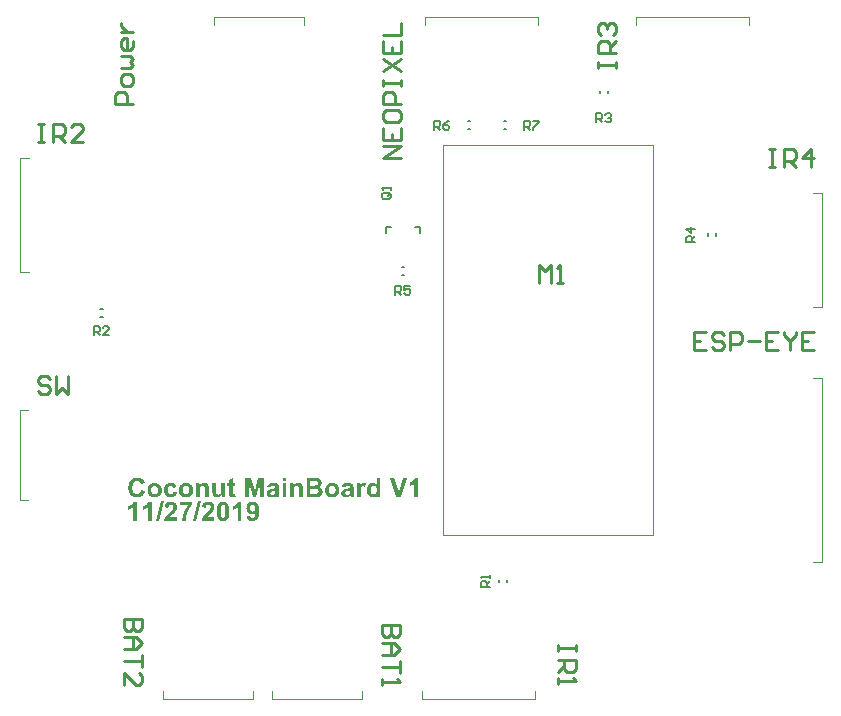
<source format=gto>
G04*
G04 #@! TF.GenerationSoftware,Altium Limited,Altium Designer,19.0.9 (268)*
G04*
G04 Layer_Color=65535*
%FSLAX25Y25*%
%MOIN*%
G70*
G01*
G75*
%ADD10C,0.00800*%
%ADD11C,0.00051*%
%ADD12C,0.00787*%
%ADD13C,0.01000*%
%ADD14C,0.00600*%
G36*
X88656Y75294D02*
X87431D01*
Y76431D01*
X88656D01*
Y75294D01*
D02*
G37*
G36*
X39106Y76538D02*
X39187Y76531D01*
X39287Y76525D01*
X39406Y76506D01*
X39531Y76487D01*
X39675Y76456D01*
X39825Y76419D01*
X39975Y76375D01*
X40137Y76319D01*
X40294Y76250D01*
X40456Y76169D01*
X40613Y76075D01*
X40762Y75969D01*
X40906Y75844D01*
X40913Y75837D01*
X40925Y75825D01*
X40950Y75800D01*
X40981Y75769D01*
X41012Y75725D01*
X41056Y75675D01*
X41100Y75612D01*
X41150Y75544D01*
X41206Y75469D01*
X41256Y75381D01*
X41313Y75281D01*
X41369Y75175D01*
X41419Y75063D01*
X41469Y74937D01*
X41519Y74806D01*
X41563Y74669D01*
X40281Y74362D01*
Y74369D01*
X40275Y74388D01*
X40269Y74413D01*
X40256Y74444D01*
X40244Y74488D01*
X40225Y74531D01*
X40175Y74644D01*
X40113Y74769D01*
X40031Y74900D01*
X39925Y75025D01*
X39800Y75144D01*
X39794Y75150D01*
X39781Y75156D01*
X39762Y75169D01*
X39737Y75187D01*
X39700Y75213D01*
X39663Y75238D01*
X39612Y75262D01*
X39556Y75294D01*
X39431Y75344D01*
X39281Y75394D01*
X39112Y75425D01*
X39019Y75437D01*
X38894D01*
X38856Y75431D01*
X38806D01*
X38744Y75425D01*
X38675Y75412D01*
X38600Y75394D01*
X38513Y75375D01*
X38425Y75344D01*
X38331Y75313D01*
X38231Y75269D01*
X38138Y75219D01*
X38037Y75163D01*
X37944Y75094D01*
X37856Y75012D01*
X37769Y74925D01*
X37762Y74919D01*
X37750Y74900D01*
X37731Y74869D01*
X37700Y74825D01*
X37669Y74769D01*
X37631Y74700D01*
X37594Y74619D01*
X37550Y74525D01*
X37512Y74419D01*
X37469Y74294D01*
X37431Y74163D01*
X37400Y74013D01*
X37369Y73844D01*
X37350Y73669D01*
X37337Y73475D01*
X37331Y73269D01*
Y73263D01*
Y73256D01*
Y73238D01*
Y73212D01*
Y73150D01*
X37337Y73069D01*
X37344Y72969D01*
X37356Y72856D01*
X37369Y72731D01*
X37387Y72594D01*
X37406Y72456D01*
X37437Y72312D01*
X37469Y72169D01*
X37512Y72025D01*
X37563Y71887D01*
X37619Y71756D01*
X37688Y71644D01*
X37762Y71538D01*
X37769Y71531D01*
X37781Y71519D01*
X37806Y71487D01*
X37844Y71456D01*
X37887Y71419D01*
X37938Y71375D01*
X38000Y71331D01*
X38069Y71281D01*
X38144Y71231D01*
X38231Y71188D01*
X38325Y71144D01*
X38425Y71106D01*
X38537Y71075D01*
X38650Y71050D01*
X38775Y71031D01*
X38900Y71025D01*
X38950D01*
X38987Y71031D01*
X39031Y71038D01*
X39081Y71044D01*
X39144Y71050D01*
X39206Y71069D01*
X39344Y71106D01*
X39494Y71162D01*
X39569Y71200D01*
X39644Y71244D01*
X39719Y71294D01*
X39788Y71350D01*
X39794Y71356D01*
X39806Y71369D01*
X39825Y71387D01*
X39850Y71412D01*
X39881Y71450D01*
X39913Y71494D01*
X39956Y71544D01*
X39994Y71606D01*
X40038Y71675D01*
X40081Y71750D01*
X40131Y71831D01*
X40175Y71925D01*
X40213Y72031D01*
X40256Y72137D01*
X40294Y72263D01*
X40325Y72387D01*
X41581Y71987D01*
X41575Y71975D01*
X41569Y71944D01*
X41550Y71887D01*
X41525Y71819D01*
X41494Y71731D01*
X41456Y71631D01*
X41406Y71519D01*
X41350Y71400D01*
X41287Y71275D01*
X41219Y71144D01*
X41137Y71013D01*
X41050Y70888D01*
X40956Y70762D01*
X40850Y70638D01*
X40738Y70525D01*
X40619Y70425D01*
X40613Y70419D01*
X40587Y70406D01*
X40550Y70381D01*
X40500Y70344D01*
X40431Y70306D01*
X40350Y70262D01*
X40262Y70219D01*
X40156Y70175D01*
X40038Y70125D01*
X39913Y70081D01*
X39769Y70038D01*
X39619Y70000D01*
X39456Y69969D01*
X39287Y69944D01*
X39106Y69925D01*
X38919Y69919D01*
X38862D01*
X38794Y69925D01*
X38706Y69931D01*
X38594Y69944D01*
X38469Y69963D01*
X38331Y69994D01*
X38175Y70025D01*
X38012Y70075D01*
X37844Y70131D01*
X37669Y70200D01*
X37494Y70288D01*
X37319Y70388D01*
X37144Y70500D01*
X36975Y70638D01*
X36819Y70788D01*
X36812Y70800D01*
X36781Y70825D01*
X36744Y70875D01*
X36694Y70950D01*
X36631Y71038D01*
X36562Y71144D01*
X36487Y71269D01*
X36413Y71412D01*
X36331Y71575D01*
X36256Y71750D01*
X36187Y71944D01*
X36131Y72156D01*
X36075Y72387D01*
X36037Y72631D01*
X36013Y72894D01*
X36000Y73169D01*
Y73175D01*
Y73188D01*
Y73206D01*
Y73238D01*
X36006Y73275D01*
Y73325D01*
Y73375D01*
X36013Y73431D01*
X36025Y73569D01*
X36044Y73725D01*
X36069Y73894D01*
X36106Y74081D01*
X36150Y74275D01*
X36200Y74481D01*
X36269Y74687D01*
X36350Y74894D01*
X36444Y75100D01*
X36550Y75294D01*
X36681Y75481D01*
X36825Y75656D01*
X36838Y75669D01*
X36862Y75694D01*
X36913Y75738D01*
X36975Y75794D01*
X37056Y75862D01*
X37156Y75937D01*
X37275Y76019D01*
X37406Y76100D01*
X37556Y76181D01*
X37719Y76262D01*
X37894Y76337D01*
X38087Y76406D01*
X38294Y76463D01*
X38513Y76506D01*
X38750Y76531D01*
X38994Y76544D01*
X39044D01*
X39106Y76538D01*
D02*
G37*
G36*
X120031Y70025D02*
X118887D01*
Y70706D01*
X118881Y70700D01*
X118875Y70688D01*
X118856Y70669D01*
X118837Y70644D01*
X118775Y70569D01*
X118694Y70481D01*
X118594Y70388D01*
X118481Y70288D01*
X118350Y70194D01*
X118212Y70113D01*
X118206D01*
X118194Y70106D01*
X118175Y70094D01*
X118144Y70081D01*
X118113Y70069D01*
X118069Y70050D01*
X117969Y70019D01*
X117856Y69981D01*
X117725Y69950D01*
X117581Y69925D01*
X117438Y69919D01*
X117400D01*
X117362Y69925D01*
X117306Y69931D01*
X117237Y69937D01*
X117156Y69950D01*
X117062Y69975D01*
X116969Y70000D01*
X116862Y70031D01*
X116750Y70075D01*
X116638Y70131D01*
X116525Y70187D01*
X116406Y70262D01*
X116294Y70350D01*
X116175Y70450D01*
X116069Y70562D01*
X116062Y70569D01*
X116044Y70594D01*
X116019Y70631D01*
X115981Y70681D01*
X115937Y70750D01*
X115887Y70825D01*
X115838Y70919D01*
X115787Y71031D01*
X115731Y71150D01*
X115681Y71281D01*
X115631Y71431D01*
X115587Y71594D01*
X115550Y71763D01*
X115525Y71950D01*
X115506Y72144D01*
X115500Y72356D01*
Y72363D01*
Y72369D01*
Y72387D01*
Y72406D01*
X115506Y72469D01*
Y72550D01*
X115519Y72650D01*
X115531Y72763D01*
X115544Y72887D01*
X115569Y73025D01*
X115600Y73169D01*
X115638Y73312D01*
X115681Y73462D01*
X115731Y73612D01*
X115794Y73756D01*
X115869Y73900D01*
X115956Y74031D01*
X116050Y74150D01*
X116056Y74156D01*
X116075Y74175D01*
X116106Y74206D01*
X116150Y74250D01*
X116206Y74294D01*
X116269Y74344D01*
X116350Y74400D01*
X116437Y74462D01*
X116531Y74519D01*
X116638Y74575D01*
X116756Y74625D01*
X116881Y74675D01*
X117013Y74713D01*
X117150Y74744D01*
X117300Y74762D01*
X117456Y74769D01*
X117494D01*
X117531Y74762D01*
X117587Y74756D01*
X117656Y74750D01*
X117731Y74738D01*
X117819Y74713D01*
X117919Y74687D01*
X118019Y74656D01*
X118131Y74612D01*
X118244Y74556D01*
X118356Y74494D01*
X118469Y74419D01*
X118588Y74331D01*
X118700Y74231D01*
X118806Y74119D01*
Y76431D01*
X120031D01*
Y70025D01*
D02*
G37*
G36*
X114500Y74762D02*
X114538D01*
X114587Y74756D01*
X114688Y74738D01*
X114813Y74713D01*
X114950Y74669D01*
X115094Y74612D01*
X115244Y74531D01*
X114863Y73462D01*
X114856D01*
X114850Y73469D01*
X114831Y73481D01*
X114813Y73494D01*
X114750Y73525D01*
X114675Y73569D01*
X114581Y73606D01*
X114488Y73637D01*
X114381Y73663D01*
X114281Y73669D01*
X114237D01*
X114194Y73663D01*
X114131Y73650D01*
X114062Y73631D01*
X113988Y73606D01*
X113912Y73575D01*
X113844Y73525D01*
X113838Y73519D01*
X113812Y73500D01*
X113781Y73462D01*
X113744Y73406D01*
X113694Y73338D01*
X113650Y73244D01*
X113606Y73137D01*
X113563Y73006D01*
Y73000D01*
X113556Y72988D01*
Y72962D01*
X113550Y72931D01*
X113538Y72887D01*
X113531Y72825D01*
X113525Y72756D01*
X113513Y72675D01*
X113506Y72575D01*
X113494Y72469D01*
X113488Y72338D01*
X113481Y72200D01*
X113475Y72038D01*
X113469Y71863D01*
X113462Y71669D01*
Y71456D01*
Y70025D01*
X112238D01*
Y74669D01*
X113381D01*
Y74006D01*
X113388Y74013D01*
X113394Y74025D01*
X113412Y74050D01*
X113431Y74081D01*
X113456Y74119D01*
X113488Y74163D01*
X113556Y74256D01*
X113637Y74362D01*
X113719Y74462D01*
X113812Y74550D01*
X113856Y74588D01*
X113900Y74619D01*
X113912Y74625D01*
X113944Y74644D01*
X113994Y74669D01*
X114056Y74694D01*
X114131Y74719D01*
X114225Y74744D01*
X114325Y74762D01*
X114431Y74769D01*
X114475D01*
X114500Y74762D01*
D02*
G37*
G36*
X92687D02*
X92725D01*
X92825Y74750D01*
X92937Y74731D01*
X93063Y74706D01*
X93194Y74669D01*
X93319Y74619D01*
X93325D01*
X93331Y74612D01*
X93350Y74606D01*
X93375Y74594D01*
X93437Y74563D01*
X93512Y74519D01*
X93594Y74462D01*
X93675Y74400D01*
X93756Y74325D01*
X93831Y74244D01*
X93837Y74231D01*
X93862Y74206D01*
X93888Y74156D01*
X93925Y74094D01*
X93969Y74019D01*
X94006Y73931D01*
X94044Y73838D01*
X94075Y73731D01*
Y73725D01*
X94081Y73719D01*
Y73700D01*
X94087Y73681D01*
X94094Y73650D01*
X94100Y73612D01*
X94106Y73569D01*
X94112Y73519D01*
X94119Y73462D01*
X94125Y73406D01*
X94131Y73263D01*
X94144Y73094D01*
Y72906D01*
Y70025D01*
X92919D01*
Y72387D01*
Y72394D01*
Y72419D01*
Y72456D01*
Y72506D01*
Y72569D01*
X92913Y72637D01*
Y72712D01*
X92906Y72794D01*
X92900Y72956D01*
X92888Y73119D01*
X92875Y73194D01*
X92862Y73256D01*
X92850Y73319D01*
X92838Y73362D01*
X92831Y73375D01*
X92825Y73400D01*
X92800Y73438D01*
X92775Y73488D01*
X92738Y73544D01*
X92694Y73600D01*
X92637Y73656D01*
X92575Y73706D01*
X92569Y73712D01*
X92544Y73725D01*
X92506Y73744D01*
X92456Y73769D01*
X92394Y73794D01*
X92325Y73813D01*
X92238Y73825D01*
X92150Y73831D01*
X92094D01*
X92037Y73825D01*
X91956Y73813D01*
X91869Y73787D01*
X91775Y73756D01*
X91675Y73712D01*
X91575Y73656D01*
X91562Y73650D01*
X91531Y73625D01*
X91487Y73588D01*
X91438Y73531D01*
X91375Y73462D01*
X91319Y73387D01*
X91269Y73294D01*
X91225Y73188D01*
Y73181D01*
X91219Y73175D01*
Y73156D01*
X91212Y73131D01*
X91206Y73100D01*
X91194Y73056D01*
X91188Y73006D01*
X91181Y72950D01*
X91169Y72881D01*
X91163Y72800D01*
X91156Y72712D01*
X91144Y72619D01*
X91137Y72513D01*
Y72394D01*
X91131Y72263D01*
Y72125D01*
Y70025D01*
X89906D01*
Y74669D01*
X91050D01*
Y73981D01*
X91056Y73988D01*
X91075Y74013D01*
X91113Y74056D01*
X91163Y74106D01*
X91219Y74163D01*
X91294Y74231D01*
X91375Y74300D01*
X91469Y74375D01*
X91575Y74450D01*
X91688Y74519D01*
X91819Y74588D01*
X91950Y74644D01*
X92094Y74694D01*
X92250Y74738D01*
X92413Y74762D01*
X92581Y74769D01*
X92650D01*
X92687Y74762D01*
D02*
G37*
G36*
X61362Y74762D02*
X61400D01*
X61500Y74750D01*
X61612Y74731D01*
X61738Y74706D01*
X61869Y74669D01*
X61994Y74619D01*
X62000D01*
X62006Y74612D01*
X62025Y74606D01*
X62050Y74594D01*
X62112Y74563D01*
X62187Y74519D01*
X62269Y74462D01*
X62350Y74400D01*
X62431Y74325D01*
X62506Y74244D01*
X62512Y74231D01*
X62537Y74206D01*
X62563Y74156D01*
X62600Y74094D01*
X62644Y74019D01*
X62681Y73931D01*
X62719Y73838D01*
X62750Y73731D01*
Y73725D01*
X62756Y73719D01*
Y73700D01*
X62762Y73681D01*
X62769Y73650D01*
X62775Y73612D01*
X62781Y73569D01*
X62787Y73519D01*
X62794Y73462D01*
X62800Y73406D01*
X62806Y73263D01*
X62819Y73094D01*
Y72906D01*
Y70025D01*
X61594D01*
Y72387D01*
Y72394D01*
Y72419D01*
Y72456D01*
Y72506D01*
Y72569D01*
X61588Y72637D01*
Y72712D01*
X61581Y72794D01*
X61575Y72956D01*
X61563Y73119D01*
X61550Y73194D01*
X61537Y73256D01*
X61525Y73319D01*
X61513Y73362D01*
X61506Y73375D01*
X61500Y73400D01*
X61475Y73438D01*
X61450Y73488D01*
X61413Y73544D01*
X61369Y73600D01*
X61313Y73656D01*
X61250Y73706D01*
X61244Y73712D01*
X61219Y73725D01*
X61181Y73744D01*
X61131Y73769D01*
X61069Y73794D01*
X61000Y73813D01*
X60913Y73825D01*
X60825Y73831D01*
X60769D01*
X60712Y73825D01*
X60631Y73813D01*
X60544Y73787D01*
X60450Y73756D01*
X60350Y73712D01*
X60250Y73656D01*
X60237Y73650D01*
X60206Y73625D01*
X60163Y73588D01*
X60113Y73531D01*
X60050Y73462D01*
X59994Y73387D01*
X59944Y73294D01*
X59900Y73188D01*
Y73181D01*
X59894Y73175D01*
Y73156D01*
X59887Y73131D01*
X59881Y73100D01*
X59869Y73056D01*
X59863Y73006D01*
X59856Y72950D01*
X59844Y72881D01*
X59838Y72800D01*
X59831Y72712D01*
X59819Y72619D01*
X59812Y72513D01*
Y72394D01*
X59806Y72263D01*
Y72125D01*
Y70025D01*
X58581D01*
Y74669D01*
X59725D01*
Y73981D01*
X59731Y73988D01*
X59750Y74013D01*
X59787Y74056D01*
X59838Y74106D01*
X59894Y74163D01*
X59969Y74231D01*
X60050Y74300D01*
X60144Y74375D01*
X60250Y74450D01*
X60362Y74519D01*
X60494Y74588D01*
X60625Y74644D01*
X60769Y74694D01*
X60925Y74738D01*
X61088Y74762D01*
X61256Y74769D01*
X61325D01*
X61362Y74762D01*
D02*
G37*
G36*
X50262D02*
X50337Y74756D01*
X50419Y74750D01*
X50512Y74738D01*
X50612Y74725D01*
X50825Y74681D01*
X50937Y74650D01*
X51050Y74612D01*
X51156Y74569D01*
X51269Y74525D01*
X51369Y74462D01*
X51469Y74400D01*
X51475Y74394D01*
X51494Y74381D01*
X51519Y74362D01*
X51550Y74331D01*
X51594Y74294D01*
X51644Y74244D01*
X51694Y74187D01*
X51750Y74125D01*
X51806Y74050D01*
X51869Y73969D01*
X51931Y73875D01*
X51987Y73775D01*
X52044Y73669D01*
X52100Y73550D01*
X52150Y73425D01*
X52194Y73287D01*
X50981Y73069D01*
Y73075D01*
Y73088D01*
X50975Y73106D01*
X50969Y73131D01*
X50950Y73194D01*
X50925Y73275D01*
X50888Y73362D01*
X50837Y73450D01*
X50775Y73537D01*
X50700Y73612D01*
X50687Y73619D01*
X50662Y73644D01*
X50612Y73675D01*
X50550Y73706D01*
X50469Y73744D01*
X50369Y73769D01*
X50262Y73794D01*
X50138Y73800D01*
X50094D01*
X50063Y73794D01*
X50025Y73787D01*
X49975Y73781D01*
X49875Y73763D01*
X49756Y73725D01*
X49631Y73669D01*
X49569Y73631D01*
X49512Y73588D01*
X49456Y73537D01*
X49400Y73481D01*
Y73475D01*
X49387Y73469D01*
X49375Y73450D01*
X49356Y73419D01*
X49338Y73387D01*
X49312Y73344D01*
X49294Y73287D01*
X49269Y73231D01*
X49244Y73163D01*
X49219Y73081D01*
X49194Y72994D01*
X49175Y72900D01*
X49156Y72794D01*
X49144Y72681D01*
X49137Y72556D01*
X49131Y72419D01*
Y72413D01*
Y72381D01*
Y72338D01*
X49137Y72287D01*
Y72219D01*
X49144Y72137D01*
X49156Y72056D01*
X49169Y71962D01*
X49200Y71775D01*
X49250Y71581D01*
X49281Y71487D01*
X49319Y71406D01*
X49356Y71325D01*
X49406Y71256D01*
X49413Y71250D01*
X49419Y71244D01*
X49437Y71225D01*
X49456Y71206D01*
X49519Y71150D01*
X49606Y71087D01*
X49712Y71025D01*
X49844Y70969D01*
X49988Y70931D01*
X50069Y70925D01*
X50156Y70919D01*
X50187D01*
X50213Y70925D01*
X50281Y70931D01*
X50362Y70944D01*
X50450Y70969D01*
X50544Y71000D01*
X50644Y71050D01*
X50731Y71113D01*
X50744Y71125D01*
X50769Y71150D01*
X50806Y71200D01*
X50856Y71275D01*
X50906Y71369D01*
X50963Y71487D01*
X50987Y71556D01*
X51012Y71631D01*
X51031Y71712D01*
X51050Y71800D01*
X52256Y71594D01*
Y71588D01*
X52250Y71556D01*
X52237Y71513D01*
X52219Y71456D01*
X52194Y71387D01*
X52169Y71306D01*
X52131Y71219D01*
X52094Y71125D01*
X52050Y71025D01*
X51994Y70925D01*
X51938Y70819D01*
X51869Y70713D01*
X51794Y70613D01*
X51713Y70512D01*
X51625Y70419D01*
X51531Y70337D01*
X51525Y70331D01*
X51506Y70319D01*
X51475Y70300D01*
X51437Y70275D01*
X51381Y70237D01*
X51319Y70206D01*
X51237Y70169D01*
X51156Y70131D01*
X51056Y70087D01*
X50950Y70050D01*
X50831Y70019D01*
X50706Y69987D01*
X50569Y69956D01*
X50419Y69937D01*
X50262Y69925D01*
X50100Y69919D01*
X50056D01*
X50000Y69925D01*
X49931Y69931D01*
X49844Y69937D01*
X49744Y69950D01*
X49637Y69975D01*
X49512Y70000D01*
X49387Y70031D01*
X49256Y70075D01*
X49119Y70125D01*
X48987Y70187D01*
X48850Y70262D01*
X48719Y70344D01*
X48594Y70444D01*
X48475Y70556D01*
X48469Y70562D01*
X48450Y70587D01*
X48419Y70625D01*
X48381Y70675D01*
X48338Y70737D01*
X48287Y70819D01*
X48231Y70912D01*
X48175Y71019D01*
X48119Y71144D01*
X48063Y71275D01*
X48013Y71419D01*
X47969Y71581D01*
X47931Y71750D01*
X47900Y71938D01*
X47881Y72131D01*
X47875Y72338D01*
Y72344D01*
Y72350D01*
Y72387D01*
X47881Y72450D01*
X47888Y72525D01*
X47894Y72625D01*
X47906Y72737D01*
X47925Y72856D01*
X47950Y72994D01*
X47981Y73131D01*
X48025Y73281D01*
X48075Y73431D01*
X48131Y73575D01*
X48200Y73725D01*
X48281Y73862D01*
X48375Y74000D01*
X48481Y74125D01*
X48487Y74131D01*
X48513Y74150D01*
X48544Y74187D01*
X48594Y74225D01*
X48656Y74275D01*
X48725Y74331D01*
X48812Y74388D01*
X48913Y74450D01*
X49025Y74506D01*
X49150Y74563D01*
X49281Y74619D01*
X49431Y74669D01*
X49588Y74713D01*
X49756Y74744D01*
X49937Y74762D01*
X50125Y74769D01*
X50206D01*
X50262Y74762D01*
D02*
G37*
G36*
X81181Y70025D02*
X79981D01*
X79975Y75063D01*
X78700Y70025D01*
X77456D01*
X76194Y75063D01*
Y70025D01*
X74994D01*
Y76431D01*
X76931D01*
X78088Y72056D01*
X79231Y76431D01*
X81181D01*
Y70025D01*
D02*
G37*
G36*
X126762Y70025D02*
X125369D01*
X123088Y76431D01*
X124487D01*
X126106Y71688D01*
X127681Y76431D01*
X129056D01*
X126762Y70025D01*
D02*
G37*
G36*
X68256Y70025D02*
X67119D01*
Y70713D01*
X67106Y70700D01*
X67094Y70681D01*
X67075Y70656D01*
X67019Y70587D01*
X66938Y70506D01*
X66844Y70412D01*
X66731Y70312D01*
X66600Y70219D01*
X66450Y70131D01*
X66444D01*
X66431Y70125D01*
X66406Y70113D01*
X66381Y70100D01*
X66338Y70081D01*
X66294Y70063D01*
X66244Y70044D01*
X66188Y70025D01*
X66056Y69987D01*
X65906Y69950D01*
X65744Y69925D01*
X65575Y69919D01*
X65531D01*
X65500Y69925D01*
X65456D01*
X65406Y69931D01*
X65300Y69944D01*
X65169Y69969D01*
X65025Y70006D01*
X64881Y70050D01*
X64737Y70119D01*
X64731D01*
X64719Y70131D01*
X64700Y70138D01*
X64675Y70156D01*
X64613Y70206D01*
X64531Y70269D01*
X64444Y70350D01*
X64356Y70450D01*
X64269Y70562D01*
X64200Y70694D01*
Y70700D01*
X64194Y70713D01*
X64188Y70731D01*
X64175Y70762D01*
X64162Y70800D01*
X64150Y70850D01*
X64131Y70900D01*
X64119Y70963D01*
X64106Y71031D01*
X64087Y71113D01*
X64075Y71194D01*
X64062Y71288D01*
X64050Y71387D01*
X64044Y71494D01*
X64038Y71606D01*
Y71725D01*
Y74669D01*
X65263Y74669D01*
Y72531D01*
Y72519D01*
Y72487D01*
Y72438D01*
Y72375D01*
Y72300D01*
X65269Y72212D01*
Y72113D01*
Y72013D01*
X65275Y71806D01*
X65281Y71706D01*
X65288Y71613D01*
X65294Y71525D01*
X65306Y71444D01*
X65312Y71381D01*
X65325Y71331D01*
X65331Y71319D01*
X65338Y71294D01*
X65356Y71256D01*
X65381Y71206D01*
X65419Y71150D01*
X65462Y71094D01*
X65513Y71031D01*
X65575Y70981D01*
X65581Y70975D01*
X65606Y70963D01*
X65650Y70944D01*
X65700Y70919D01*
X65769Y70894D01*
X65844Y70875D01*
X65931Y70863D01*
X66031Y70856D01*
X66081D01*
X66144Y70863D01*
X66219Y70875D01*
X66306Y70900D01*
X66400Y70925D01*
X66500Y70969D01*
X66594Y71025D01*
X66606Y71031D01*
X66637Y71056D01*
X66675Y71094D01*
X66731Y71144D01*
X66787Y71206D01*
X66844Y71281D01*
X66894Y71363D01*
X66938Y71456D01*
Y71463D01*
X66944Y71469D01*
Y71487D01*
X66950Y71513D01*
X66962Y71544D01*
X66969Y71588D01*
X66975Y71644D01*
X66988Y71706D01*
X66994Y71788D01*
X67000Y71875D01*
X67013Y71975D01*
X67019Y72094D01*
X67025Y72225D01*
Y72369D01*
X67031Y72531D01*
Y72706D01*
Y74669D01*
X68256D01*
Y70025D01*
D02*
G37*
G36*
X132575Y70025D02*
X131350D01*
Y74650D01*
X131344Y74644D01*
X131319Y74625D01*
X131281Y74588D01*
X131231Y74550D01*
X131169Y74494D01*
X131088Y74437D01*
X131000Y74369D01*
X130900Y74300D01*
X130788Y74225D01*
X130669Y74150D01*
X130537Y74075D01*
X130394Y73994D01*
X130250Y73925D01*
X130094Y73850D01*
X129931Y73787D01*
X129762Y73725D01*
Y74837D01*
X129769D01*
X129781Y74844D01*
X129813Y74856D01*
X129844Y74869D01*
X129887Y74888D01*
X129944Y74913D01*
X130000Y74937D01*
X130069Y74969D01*
X130144Y75006D01*
X130225Y75050D01*
X130400Y75156D01*
X130594Y75281D01*
X130694Y75350D01*
X130800Y75431D01*
X130806Y75437D01*
X130825Y75450D01*
X130856Y75475D01*
X130894Y75506D01*
X130938Y75550D01*
X130994Y75600D01*
X131050Y75656D01*
X131113Y75725D01*
X131175Y75794D01*
X131237Y75875D01*
X131369Y76050D01*
X131481Y76244D01*
X131531Y76350D01*
X131575Y76456D01*
X132575D01*
Y70025D01*
D02*
G37*
G36*
X109331Y74762D02*
X109413Y74756D01*
X109500Y74750D01*
X109594Y74744D01*
X109787Y74719D01*
X109994Y74687D01*
X110181Y74638D01*
X110269Y74606D01*
X110350Y74569D01*
X110356D01*
X110369Y74563D01*
X110388Y74550D01*
X110419Y74531D01*
X110487Y74494D01*
X110575Y74437D01*
X110669Y74362D01*
X110763Y74281D01*
X110850Y74181D01*
X110919Y74075D01*
Y74069D01*
X110925Y74063D01*
X110938Y74044D01*
X110944Y74019D01*
X110956Y73981D01*
X110975Y73937D01*
X110987Y73887D01*
X111006Y73831D01*
X111019Y73756D01*
X111031Y73681D01*
X111050Y73588D01*
X111063Y73488D01*
X111075Y73381D01*
X111081Y73256D01*
X111088Y73125D01*
Y72981D01*
X111069Y71544D01*
Y71538D01*
Y71519D01*
Y71487D01*
Y71444D01*
Y71394D01*
X111075Y71337D01*
Y71206D01*
X111081Y71056D01*
X111094Y70906D01*
X111106Y70769D01*
X111112Y70700D01*
X111125Y70644D01*
Y70631D01*
X111137Y70594D01*
X111150Y70538D01*
X111175Y70456D01*
X111206Y70369D01*
X111244Y70262D01*
X111294Y70150D01*
X111350Y70025D01*
X110137D01*
Y70031D01*
X110131Y70050D01*
X110119Y70075D01*
X110106Y70113D01*
X110088Y70162D01*
X110069Y70225D01*
X110044Y70300D01*
X110019Y70381D01*
Y70388D01*
X110012Y70400D01*
X110000Y70444D01*
X109987Y70487D01*
X109981Y70512D01*
X109975Y70525D01*
X109969Y70519D01*
X109962Y70512D01*
X109944Y70494D01*
X109919Y70475D01*
X109856Y70419D01*
X109769Y70356D01*
X109669Y70281D01*
X109556Y70206D01*
X109431Y70131D01*
X109300Y70069D01*
X109294D01*
X109281Y70063D01*
X109263Y70056D01*
X109238Y70044D01*
X109206Y70031D01*
X109169Y70019D01*
X109069Y69994D01*
X108956Y69969D01*
X108825Y69944D01*
X108681Y69925D01*
X108531Y69919D01*
X108463D01*
X108413Y69925D01*
X108356Y69931D01*
X108281Y69937D01*
X108206Y69950D01*
X108125Y69969D01*
X107944Y70012D01*
X107850Y70044D01*
X107756Y70081D01*
X107662Y70125D01*
X107575Y70181D01*
X107487Y70237D01*
X107406Y70306D01*
X107400Y70312D01*
X107387Y70325D01*
X107369Y70344D01*
X107344Y70375D01*
X107313Y70412D01*
X107275Y70463D01*
X107238Y70512D01*
X107200Y70575D01*
X107162Y70644D01*
X107125Y70719D01*
X107088Y70800D01*
X107056Y70881D01*
X107031Y70975D01*
X107012Y71075D01*
X107000Y71181D01*
X106994Y71288D01*
Y71294D01*
Y71306D01*
Y71325D01*
X107000Y71356D01*
Y71387D01*
X107006Y71431D01*
X107019Y71525D01*
X107037Y71631D01*
X107075Y71750D01*
X107119Y71869D01*
X107181Y71987D01*
Y71994D01*
X107187Y72000D01*
X107219Y72038D01*
X107256Y72094D01*
X107319Y72162D01*
X107394Y72237D01*
X107481Y72312D01*
X107588Y72387D01*
X107706Y72456D01*
X107712D01*
X107725Y72462D01*
X107744Y72475D01*
X107769Y72487D01*
X107806Y72500D01*
X107844Y72519D01*
X107900Y72537D01*
X107956Y72556D01*
X108019Y72575D01*
X108094Y72600D01*
X108175Y72625D01*
X108263Y72650D01*
X108356Y72675D01*
X108456Y72700D01*
X108563Y72719D01*
X108681Y72744D01*
X108694D01*
X108719Y72750D01*
X108763Y72763D01*
X108819Y72769D01*
X108888Y72787D01*
X108969Y72800D01*
X109056Y72825D01*
X109150Y72844D01*
X109350Y72887D01*
X109544Y72944D01*
X109637Y72969D01*
X109725Y72994D01*
X109806Y73025D01*
X109875Y73050D01*
Y73169D01*
Y73175D01*
Y73188D01*
Y73200D01*
Y73225D01*
X109869Y73287D01*
X109856Y73369D01*
X109831Y73450D01*
X109800Y73531D01*
X109756Y73612D01*
X109700Y73675D01*
X109694Y73681D01*
X109662Y73700D01*
X109619Y73725D01*
X109550Y73756D01*
X109462Y73781D01*
X109406Y73794D01*
X109350Y73806D01*
X109281Y73819D01*
X109206Y73825D01*
X109125Y73831D01*
X108981D01*
X108925Y73825D01*
X108850Y73813D01*
X108769Y73800D01*
X108681Y73775D01*
X108600Y73744D01*
X108525Y73700D01*
X108519Y73694D01*
X108494Y73675D01*
X108463Y73644D01*
X108419Y73594D01*
X108375Y73531D01*
X108325Y73456D01*
X108275Y73362D01*
X108231Y73250D01*
X107119Y73450D01*
Y73456D01*
X107125Y73481D01*
X107138Y73513D01*
X107156Y73563D01*
X107175Y73612D01*
X107200Y73681D01*
X107231Y73750D01*
X107269Y73825D01*
X107356Y73988D01*
X107469Y74150D01*
X107606Y74306D01*
X107681Y74381D01*
X107763Y74444D01*
X107769Y74450D01*
X107781Y74456D01*
X107812Y74475D01*
X107850Y74494D01*
X107900Y74519D01*
X107956Y74544D01*
X108025Y74575D01*
X108106Y74606D01*
X108200Y74638D01*
X108300Y74669D01*
X108413Y74694D01*
X108537Y74719D01*
X108669Y74738D01*
X108812Y74756D01*
X108969Y74762D01*
X109131Y74769D01*
X109269D01*
X109331Y74762D01*
D02*
G37*
G36*
X98219Y76425D02*
X98381D01*
X98569Y76412D01*
X98756Y76400D01*
X98931Y76388D01*
X99013Y76375D01*
X99088Y76363D01*
X99106D01*
X99125Y76356D01*
X99150Y76350D01*
X99219Y76331D01*
X99313Y76306D01*
X99419Y76269D01*
X99525Y76225D01*
X99644Y76169D01*
X99756Y76100D01*
X99762D01*
X99769Y76094D01*
X99806Y76063D01*
X99862Y76019D01*
X99931Y75956D01*
X100006Y75881D01*
X100094Y75788D01*
X100175Y75681D01*
X100250Y75563D01*
Y75556D01*
X100256Y75550D01*
X100269Y75531D01*
X100281Y75506D01*
X100294Y75475D01*
X100312Y75437D01*
X100350Y75344D01*
X100388Y75231D01*
X100419Y75106D01*
X100444Y74963D01*
X100450Y74813D01*
Y74806D01*
Y74794D01*
Y74769D01*
X100444Y74738D01*
Y74700D01*
X100437Y74650D01*
X100419Y74544D01*
X100394Y74413D01*
X100350Y74275D01*
X100287Y74131D01*
X100206Y73988D01*
Y73981D01*
X100194Y73969D01*
X100181Y73950D01*
X100162Y73925D01*
X100106Y73856D01*
X100031Y73775D01*
X99937Y73687D01*
X99825Y73594D01*
X99694Y73506D01*
X99550Y73425D01*
X99556D01*
X99575Y73419D01*
X99606Y73406D01*
X99644Y73394D01*
X99694Y73375D01*
X99750Y73350D01*
X99881Y73287D01*
X100025Y73206D01*
X100175Y73106D01*
X100319Y72981D01*
X100381Y72913D01*
X100444Y72838D01*
X100450Y72831D01*
X100456Y72819D01*
X100475Y72794D01*
X100494Y72763D01*
X100519Y72725D01*
X100544Y72681D01*
X100575Y72625D01*
X100606Y72562D01*
X100631Y72500D01*
X100663Y72425D01*
X100713Y72263D01*
X100750Y72075D01*
X100756Y71975D01*
X100762Y71875D01*
Y71869D01*
Y71856D01*
Y71831D01*
Y71800D01*
X100756Y71763D01*
X100750Y71719D01*
X100738Y71606D01*
X100713Y71481D01*
X100675Y71337D01*
X100625Y71181D01*
X100556Y71025D01*
Y71019D01*
X100550Y71006D01*
X100538Y70987D01*
X100519Y70956D01*
X100500Y70925D01*
X100475Y70881D01*
X100412Y70788D01*
X100331Y70681D01*
X100238Y70575D01*
X100125Y70469D01*
X100000Y70369D01*
X99994D01*
X99981Y70356D01*
X99963Y70344D01*
X99937Y70331D01*
X99906Y70312D01*
X99862Y70288D01*
X99813Y70262D01*
X99762Y70237D01*
X99638Y70187D01*
X99488Y70138D01*
X99325Y70094D01*
X99138Y70063D01*
X99100D01*
X99069Y70056D01*
X99025D01*
X98969Y70050D01*
X98900D01*
X98819Y70044D01*
X98725D01*
X98612Y70038D01*
X98488D01*
X98344Y70031D01*
X98000D01*
X97794Y70025D01*
X95400D01*
Y76431D01*
X98144D01*
X98219Y76425D01*
D02*
G37*
G36*
X88656Y70025D02*
X87431D01*
Y74669D01*
X88656D01*
Y70025D01*
D02*
G37*
G36*
X84469Y74762D02*
X84550Y74756D01*
X84637Y74750D01*
X84731Y74744D01*
X84925Y74719D01*
X85131Y74687D01*
X85319Y74638D01*
X85406Y74606D01*
X85488Y74569D01*
X85494D01*
X85506Y74563D01*
X85525Y74550D01*
X85556Y74531D01*
X85625Y74494D01*
X85712Y74437D01*
X85806Y74362D01*
X85900Y74281D01*
X85988Y74181D01*
X86056Y74075D01*
Y74069D01*
X86063Y74063D01*
X86075Y74044D01*
X86081Y74019D01*
X86094Y73981D01*
X86112Y73937D01*
X86125Y73887D01*
X86144Y73831D01*
X86156Y73756D01*
X86169Y73681D01*
X86187Y73588D01*
X86200Y73488D01*
X86212Y73381D01*
X86219Y73256D01*
X86225Y73125D01*
Y72981D01*
X86206Y71544D01*
Y71538D01*
Y71519D01*
Y71487D01*
Y71444D01*
Y71394D01*
X86212Y71337D01*
Y71206D01*
X86219Y71056D01*
X86231Y70906D01*
X86244Y70769D01*
X86250Y70700D01*
X86263Y70644D01*
Y70631D01*
X86275Y70594D01*
X86287Y70538D01*
X86313Y70456D01*
X86344Y70369D01*
X86381Y70262D01*
X86431Y70150D01*
X86488Y70025D01*
X85275D01*
Y70031D01*
X85269Y70050D01*
X85256Y70075D01*
X85244Y70113D01*
X85225Y70162D01*
X85206Y70225D01*
X85181Y70300D01*
X85156Y70381D01*
Y70388D01*
X85150Y70400D01*
X85137Y70444D01*
X85125Y70487D01*
X85119Y70512D01*
X85113Y70525D01*
X85106Y70519D01*
X85100Y70512D01*
X85081Y70494D01*
X85056Y70475D01*
X84994Y70419D01*
X84906Y70356D01*
X84806Y70281D01*
X84694Y70206D01*
X84569Y70131D01*
X84438Y70069D01*
X84431D01*
X84419Y70063D01*
X84400Y70056D01*
X84375Y70044D01*
X84344Y70031D01*
X84306Y70019D01*
X84206Y69994D01*
X84094Y69969D01*
X83963Y69944D01*
X83819Y69925D01*
X83669Y69919D01*
X83600D01*
X83550Y69925D01*
X83494Y69931D01*
X83419Y69937D01*
X83344Y69950D01*
X83262Y69969D01*
X83081Y70012D01*
X82987Y70044D01*
X82894Y70081D01*
X82800Y70125D01*
X82713Y70181D01*
X82625Y70237D01*
X82544Y70306D01*
X82538Y70312D01*
X82525Y70325D01*
X82506Y70344D01*
X82481Y70375D01*
X82450Y70412D01*
X82412Y70463D01*
X82375Y70512D01*
X82337Y70575D01*
X82300Y70644D01*
X82262Y70719D01*
X82225Y70800D01*
X82194Y70881D01*
X82169Y70975D01*
X82150Y71075D01*
X82138Y71181D01*
X82131Y71288D01*
Y71294D01*
Y71306D01*
Y71325D01*
X82138Y71356D01*
Y71387D01*
X82144Y71431D01*
X82156Y71525D01*
X82175Y71631D01*
X82213Y71750D01*
X82256Y71869D01*
X82319Y71987D01*
Y71994D01*
X82325Y72000D01*
X82356Y72038D01*
X82394Y72094D01*
X82456Y72162D01*
X82531Y72237D01*
X82619Y72312D01*
X82725Y72387D01*
X82844Y72456D01*
X82850D01*
X82863Y72462D01*
X82881Y72475D01*
X82906Y72487D01*
X82944Y72500D01*
X82981Y72519D01*
X83038Y72537D01*
X83094Y72556D01*
X83156Y72575D01*
X83231Y72600D01*
X83312Y72625D01*
X83400Y72650D01*
X83494Y72675D01*
X83594Y72700D01*
X83700Y72719D01*
X83819Y72744D01*
X83831D01*
X83856Y72750D01*
X83900Y72763D01*
X83956Y72769D01*
X84025Y72787D01*
X84106Y72800D01*
X84194Y72825D01*
X84288Y72844D01*
X84487Y72887D01*
X84681Y72944D01*
X84775Y72969D01*
X84863Y72994D01*
X84944Y73025D01*
X85013Y73050D01*
Y73169D01*
Y73175D01*
Y73188D01*
Y73200D01*
Y73225D01*
X85006Y73287D01*
X84994Y73369D01*
X84969Y73450D01*
X84938Y73531D01*
X84894Y73612D01*
X84838Y73675D01*
X84831Y73681D01*
X84800Y73700D01*
X84756Y73725D01*
X84688Y73756D01*
X84600Y73781D01*
X84544Y73794D01*
X84487Y73806D01*
X84419Y73819D01*
X84344Y73825D01*
X84263Y73831D01*
X84119D01*
X84062Y73825D01*
X83987Y73813D01*
X83906Y73800D01*
X83819Y73775D01*
X83737Y73744D01*
X83662Y73700D01*
X83656Y73694D01*
X83631Y73675D01*
X83600Y73644D01*
X83556Y73594D01*
X83513Y73531D01*
X83463Y73456D01*
X83412Y73362D01*
X83369Y73250D01*
X82256Y73450D01*
Y73456D01*
X82262Y73481D01*
X82275Y73513D01*
X82294Y73563D01*
X82313Y73612D01*
X82337Y73681D01*
X82369Y73750D01*
X82406Y73825D01*
X82494Y73988D01*
X82606Y74150D01*
X82744Y74306D01*
X82819Y74381D01*
X82900Y74444D01*
X82906Y74450D01*
X82919Y74456D01*
X82950Y74475D01*
X82987Y74494D01*
X83038Y74519D01*
X83094Y74544D01*
X83162Y74575D01*
X83244Y74606D01*
X83337Y74638D01*
X83438Y74669D01*
X83550Y74694D01*
X83675Y74719D01*
X83806Y74738D01*
X83950Y74756D01*
X84106Y74762D01*
X84269Y74769D01*
X84406D01*
X84469Y74762D01*
D02*
G37*
G36*
X104050D02*
X104125Y74756D01*
X104219Y74750D01*
X104319Y74731D01*
X104437Y74713D01*
X104562Y74681D01*
X104700Y74644D01*
X104838Y74600D01*
X104981Y74544D01*
X105125Y74481D01*
X105269Y74400D01*
X105412Y74306D01*
X105550Y74200D01*
X105681Y74081D01*
X105687Y74075D01*
X105712Y74050D01*
X105744Y74013D01*
X105788Y73956D01*
X105838Y73894D01*
X105894Y73813D01*
X105956Y73719D01*
X106019Y73612D01*
X106081Y73494D01*
X106144Y73362D01*
X106200Y73219D01*
X106250Y73069D01*
X106294Y72906D01*
X106325Y72731D01*
X106350Y72550D01*
X106356Y72356D01*
Y72344D01*
Y72312D01*
X106350Y72256D01*
X106344Y72181D01*
X106337Y72088D01*
X106319Y71987D01*
X106300Y71869D01*
X106269Y71744D01*
X106237Y71606D01*
X106187Y71463D01*
X106138Y71319D01*
X106069Y71175D01*
X105994Y71025D01*
X105900Y70881D01*
X105794Y70737D01*
X105675Y70606D01*
X105669Y70600D01*
X105644Y70575D01*
X105606Y70544D01*
X105550Y70500D01*
X105488Y70450D01*
X105406Y70388D01*
X105313Y70325D01*
X105206Y70262D01*
X105087Y70200D01*
X104956Y70138D01*
X104819Y70081D01*
X104663Y70025D01*
X104506Y69981D01*
X104331Y69950D01*
X104150Y69925D01*
X103963Y69919D01*
X103900D01*
X103856Y69925D01*
X103800D01*
X103731Y69931D01*
X103656Y69944D01*
X103569Y69956D01*
X103481Y69969D01*
X103387Y69987D01*
X103181Y70038D01*
X102963Y70113D01*
X102856Y70156D01*
X102744Y70206D01*
X102737Y70213D01*
X102719Y70219D01*
X102688Y70237D01*
X102650Y70262D01*
X102600Y70288D01*
X102544Y70325D01*
X102481Y70369D01*
X102419Y70419D01*
X102344Y70475D01*
X102275Y70538D01*
X102200Y70606D01*
X102125Y70681D01*
X102056Y70769D01*
X101988Y70856D01*
X101925Y70950D01*
X101863Y71050D01*
X101856Y71056D01*
X101850Y71075D01*
X101838Y71106D01*
X101819Y71150D01*
X101794Y71206D01*
X101769Y71269D01*
X101744Y71344D01*
X101713Y71431D01*
X101688Y71525D01*
X101656Y71625D01*
X101631Y71737D01*
X101612Y71856D01*
X101587Y71981D01*
X101575Y72119D01*
X101569Y72263D01*
X101562Y72406D01*
Y72413D01*
Y72431D01*
Y72469D01*
X101569Y72513D01*
Y72569D01*
X101581Y72631D01*
X101587Y72706D01*
X101600Y72781D01*
X101619Y72869D01*
X101637Y72962D01*
X101688Y73163D01*
X101762Y73375D01*
X101813Y73481D01*
X101863Y73588D01*
X101869Y73594D01*
X101875Y73612D01*
X101894Y73644D01*
X101919Y73681D01*
X101950Y73731D01*
X101988Y73787D01*
X102031Y73844D01*
X102081Y73913D01*
X102137Y73981D01*
X102200Y74056D01*
X102269Y74125D01*
X102350Y74200D01*
X102519Y74338D01*
X102612Y74406D01*
X102713Y74462D01*
X102719Y74469D01*
X102737Y74475D01*
X102769Y74494D01*
X102813Y74512D01*
X102863Y74531D01*
X102925Y74563D01*
X102994Y74588D01*
X103075Y74619D01*
X103163Y74644D01*
X103256Y74675D01*
X103363Y74700D01*
X103469Y74719D01*
X103700Y74756D01*
X103825Y74762D01*
X103950Y74769D01*
X104000D01*
X104050Y74762D01*
D02*
G37*
G36*
X70812Y74669D02*
X71650D01*
Y73687D01*
X70812D01*
Y71812D01*
Y71806D01*
Y71788D01*
Y71763D01*
Y71725D01*
Y71675D01*
Y71625D01*
Y71519D01*
X70819Y71400D01*
Y71294D01*
X70825Y71244D01*
Y71206D01*
X70831Y71175D01*
Y71150D01*
Y71144D01*
X70837Y71137D01*
X70856Y71094D01*
X70888Y71044D01*
X70938Y70994D01*
X70944D01*
X70956Y70987D01*
X70975Y70975D01*
X71000Y70969D01*
X71062Y70944D01*
X71150Y70938D01*
X71181D01*
X71219Y70944D01*
X71275Y70950D01*
X71344Y70963D01*
X71431Y70987D01*
X71531Y71013D01*
X71644Y71050D01*
X71750Y70100D01*
X71744D01*
X71731Y70094D01*
X71706Y70081D01*
X71675Y70075D01*
X71631Y70056D01*
X71588Y70044D01*
X71531Y70025D01*
X71469Y70012D01*
X71400Y69994D01*
X71325Y69975D01*
X71162Y69950D01*
X70975Y69925D01*
X70781Y69919D01*
X70725D01*
X70662Y69925D01*
X70581Y69931D01*
X70487Y69944D01*
X70388Y69963D01*
X70288Y69987D01*
X70181Y70025D01*
X70169Y70031D01*
X70138Y70044D01*
X70094Y70069D01*
X70038Y70106D01*
X69969Y70144D01*
X69906Y70194D01*
X69844Y70250D01*
X69794Y70312D01*
X69788Y70319D01*
X69775Y70344D01*
X69750Y70388D01*
X69725Y70444D01*
X69700Y70512D01*
X69669Y70594D01*
X69644Y70688D01*
X69625Y70794D01*
Y70806D01*
X69619Y70819D01*
Y70837D01*
Y70863D01*
X69612Y70894D01*
Y70938D01*
X69606Y70981D01*
X69600Y71038D01*
Y71100D01*
X69594Y71169D01*
Y71250D01*
Y71337D01*
X69587Y71438D01*
Y71544D01*
Y71662D01*
Y73687D01*
X69025D01*
Y74669D01*
X69587D01*
Y75594D01*
X70812Y76313D01*
Y74669D01*
D02*
G37*
G36*
X55325Y74762D02*
X55400Y74756D01*
X55494Y74750D01*
X55594Y74731D01*
X55712Y74713D01*
X55838Y74681D01*
X55975Y74644D01*
X56112Y74600D01*
X56256Y74544D01*
X56400Y74481D01*
X56544Y74400D01*
X56687Y74306D01*
X56825Y74200D01*
X56956Y74081D01*
X56963Y74075D01*
X56988Y74050D01*
X57019Y74013D01*
X57063Y73956D01*
X57112Y73894D01*
X57169Y73813D01*
X57231Y73719D01*
X57294Y73612D01*
X57356Y73494D01*
X57419Y73362D01*
X57475Y73219D01*
X57525Y73069D01*
X57569Y72906D01*
X57600Y72731D01*
X57625Y72550D01*
X57631Y72356D01*
Y72344D01*
Y72312D01*
X57625Y72256D01*
X57619Y72181D01*
X57613Y72088D01*
X57594Y71987D01*
X57575Y71869D01*
X57544Y71744D01*
X57512Y71606D01*
X57463Y71463D01*
X57412Y71319D01*
X57344Y71175D01*
X57269Y71025D01*
X57175Y70881D01*
X57069Y70737D01*
X56950Y70606D01*
X56944Y70600D01*
X56919Y70575D01*
X56881Y70544D01*
X56825Y70500D01*
X56762Y70450D01*
X56681Y70388D01*
X56587Y70325D01*
X56481Y70262D01*
X56362Y70200D01*
X56231Y70138D01*
X56094Y70081D01*
X55937Y70025D01*
X55781Y69981D01*
X55606Y69950D01*
X55425Y69925D01*
X55238Y69919D01*
X55175D01*
X55131Y69925D01*
X55075D01*
X55006Y69931D01*
X54931Y69944D01*
X54844Y69956D01*
X54756Y69969D01*
X54663Y69987D01*
X54456Y70038D01*
X54238Y70113D01*
X54131Y70156D01*
X54019Y70206D01*
X54013Y70213D01*
X53994Y70219D01*
X53962Y70237D01*
X53925Y70262D01*
X53875Y70288D01*
X53819Y70325D01*
X53756Y70369D01*
X53694Y70419D01*
X53619Y70475D01*
X53550Y70538D01*
X53475Y70606D01*
X53400Y70681D01*
X53331Y70769D01*
X53263Y70856D01*
X53200Y70950D01*
X53137Y71050D01*
X53131Y71056D01*
X53125Y71075D01*
X53113Y71106D01*
X53094Y71150D01*
X53069Y71206D01*
X53044Y71269D01*
X53019Y71344D01*
X52987Y71431D01*
X52962Y71525D01*
X52931Y71625D01*
X52906Y71737D01*
X52887Y71856D01*
X52863Y71981D01*
X52850Y72119D01*
X52844Y72263D01*
X52838Y72406D01*
Y72413D01*
Y72431D01*
Y72469D01*
X52844Y72513D01*
Y72569D01*
X52856Y72631D01*
X52863Y72706D01*
X52875Y72781D01*
X52894Y72869D01*
X52912Y72962D01*
X52962Y73163D01*
X53038Y73375D01*
X53088Y73481D01*
X53137Y73588D01*
X53144Y73594D01*
X53150Y73612D01*
X53169Y73644D01*
X53194Y73681D01*
X53225Y73731D01*
X53263Y73787D01*
X53306Y73844D01*
X53356Y73913D01*
X53412Y73981D01*
X53475Y74056D01*
X53544Y74125D01*
X53625Y74200D01*
X53794Y74338D01*
X53887Y74406D01*
X53987Y74462D01*
X53994Y74469D01*
X54013Y74475D01*
X54044Y74494D01*
X54088Y74512D01*
X54137Y74531D01*
X54200Y74563D01*
X54269Y74588D01*
X54350Y74619D01*
X54438Y74644D01*
X54531Y74675D01*
X54637Y74700D01*
X54744Y74719D01*
X54975Y74756D01*
X55100Y74762D01*
X55225Y74769D01*
X55275D01*
X55325Y74762D01*
D02*
G37*
G36*
X44881D02*
X44956Y74756D01*
X45050Y74750D01*
X45150Y74731D01*
X45269Y74713D01*
X45394Y74681D01*
X45531Y74644D01*
X45669Y74600D01*
X45812Y74544D01*
X45956Y74481D01*
X46100Y74400D01*
X46244Y74306D01*
X46381Y74200D01*
X46512Y74081D01*
X46519Y74075D01*
X46544Y74050D01*
X46575Y74013D01*
X46619Y73956D01*
X46669Y73894D01*
X46725Y73813D01*
X46788Y73719D01*
X46850Y73612D01*
X46913Y73494D01*
X46975Y73362D01*
X47031Y73219D01*
X47081Y73069D01*
X47125Y72906D01*
X47156Y72731D01*
X47181Y72550D01*
X47188Y72356D01*
Y72344D01*
Y72312D01*
X47181Y72256D01*
X47175Y72181D01*
X47169Y72088D01*
X47150Y71987D01*
X47131Y71869D01*
X47100Y71744D01*
X47069Y71606D01*
X47019Y71463D01*
X46969Y71319D01*
X46900Y71175D01*
X46825Y71025D01*
X46731Y70881D01*
X46625Y70737D01*
X46506Y70606D01*
X46500Y70600D01*
X46475Y70575D01*
X46437Y70544D01*
X46381Y70500D01*
X46319Y70450D01*
X46237Y70388D01*
X46144Y70325D01*
X46038Y70262D01*
X45919Y70200D01*
X45788Y70138D01*
X45650Y70081D01*
X45494Y70025D01*
X45338Y69981D01*
X45162Y69950D01*
X44981Y69925D01*
X44794Y69919D01*
X44731D01*
X44688Y69925D01*
X44631D01*
X44563Y69931D01*
X44488Y69944D01*
X44400Y69956D01*
X44313Y69969D01*
X44219Y69987D01*
X44012Y70038D01*
X43794Y70113D01*
X43687Y70156D01*
X43575Y70206D01*
X43569Y70213D01*
X43550Y70219D01*
X43519Y70237D01*
X43481Y70262D01*
X43431Y70288D01*
X43375Y70325D01*
X43312Y70369D01*
X43250Y70419D01*
X43175Y70475D01*
X43106Y70538D01*
X43031Y70606D01*
X42956Y70681D01*
X42887Y70769D01*
X42819Y70856D01*
X42756Y70950D01*
X42694Y71050D01*
X42687Y71056D01*
X42681Y71075D01*
X42669Y71106D01*
X42650Y71150D01*
X42625Y71206D01*
X42600Y71269D01*
X42575Y71344D01*
X42544Y71431D01*
X42519Y71525D01*
X42487Y71625D01*
X42463Y71737D01*
X42444Y71856D01*
X42419Y71981D01*
X42406Y72119D01*
X42400Y72263D01*
X42394Y72406D01*
Y72413D01*
Y72431D01*
Y72469D01*
X42400Y72513D01*
Y72569D01*
X42412Y72631D01*
X42419Y72706D01*
X42431Y72781D01*
X42450Y72869D01*
X42469Y72962D01*
X42519Y73163D01*
X42594Y73375D01*
X42644Y73481D01*
X42694Y73588D01*
X42700Y73594D01*
X42706Y73612D01*
X42725Y73644D01*
X42750Y73681D01*
X42781Y73731D01*
X42819Y73787D01*
X42862Y73844D01*
X42913Y73913D01*
X42969Y73981D01*
X43031Y74056D01*
X43100Y74125D01*
X43181Y74200D01*
X43350Y74338D01*
X43444Y74406D01*
X43544Y74462D01*
X43550Y74469D01*
X43569Y74475D01*
X43600Y74494D01*
X43644Y74512D01*
X43694Y74531D01*
X43756Y74563D01*
X43825Y74588D01*
X43906Y74619D01*
X43994Y74644D01*
X44087Y74675D01*
X44194Y74700D01*
X44300Y74719D01*
X44531Y74756D01*
X44656Y74762D01*
X44781Y74769D01*
X44831D01*
X44881Y74762D01*
D02*
G37*
G36*
X77519Y68544D02*
X77587Y68537D01*
X77669Y68525D01*
X77769Y68512D01*
X77875Y68488D01*
X77994Y68456D01*
X78113Y68413D01*
X78244Y68362D01*
X78375Y68306D01*
X78513Y68231D01*
X78644Y68144D01*
X78775Y68044D01*
X78906Y67925D01*
X79025Y67794D01*
X79031Y67787D01*
X79050Y67756D01*
X79081Y67712D01*
X79125Y67650D01*
X79169Y67569D01*
X79225Y67462D01*
X79281Y67344D01*
X79344Y67200D01*
X79400Y67037D01*
X79456Y66856D01*
X79513Y66650D01*
X79556Y66431D01*
X79600Y66181D01*
X79631Y65912D01*
X79650Y65625D01*
X79656Y65312D01*
Y65306D01*
Y65294D01*
Y65269D01*
Y65237D01*
Y65194D01*
X79650Y65144D01*
Y65087D01*
X79644Y65025D01*
Y64956D01*
X79637Y64881D01*
X79619Y64719D01*
X79600Y64531D01*
X79575Y64337D01*
X79537Y64131D01*
X79494Y63919D01*
X79444Y63713D01*
X79381Y63500D01*
X79306Y63300D01*
X79219Y63106D01*
X79119Y62931D01*
X79000Y62775D01*
X78994Y62769D01*
X78969Y62744D01*
X78931Y62706D01*
X78881Y62656D01*
X78819Y62594D01*
X78737Y62531D01*
X78650Y62463D01*
X78544Y62388D01*
X78431Y62313D01*
X78300Y62244D01*
X78162Y62181D01*
X78013Y62119D01*
X77850Y62069D01*
X77681Y62031D01*
X77500Y62006D01*
X77306Y62000D01*
X77231D01*
X77181Y62006D01*
X77119Y62012D01*
X77044Y62019D01*
X76963Y62031D01*
X76875Y62050D01*
X76681Y62100D01*
X76575Y62131D01*
X76475Y62169D01*
X76375Y62213D01*
X76275Y62269D01*
X76181Y62331D01*
X76087Y62400D01*
X76081Y62406D01*
X76069Y62419D01*
X76044Y62444D01*
X76012Y62475D01*
X75975Y62519D01*
X75937Y62569D01*
X75888Y62631D01*
X75844Y62700D01*
X75794Y62781D01*
X75744Y62869D01*
X75694Y62969D01*
X75644Y63075D01*
X75600Y63194D01*
X75563Y63319D01*
X75525Y63456D01*
X75500Y63600D01*
X76688Y63731D01*
Y63725D01*
Y63713D01*
X76694Y63694D01*
X76700Y63669D01*
X76713Y63606D01*
X76731Y63525D01*
X76762Y63437D01*
X76800Y63344D01*
X76850Y63262D01*
X76912Y63187D01*
X76919Y63181D01*
X76944Y63162D01*
X76987Y63131D01*
X77044Y63106D01*
X77113Y63075D01*
X77194Y63044D01*
X77294Y63025D01*
X77400Y63019D01*
X77438D01*
X77463Y63025D01*
X77538Y63038D01*
X77625Y63063D01*
X77725Y63100D01*
X77831Y63162D01*
X77887Y63206D01*
X77944Y63250D01*
X77994Y63300D01*
X78044Y63362D01*
X78050Y63369D01*
X78056Y63381D01*
X78069Y63400D01*
X78088Y63437D01*
X78106Y63475D01*
X78131Y63531D01*
X78162Y63600D01*
X78188Y63675D01*
X78219Y63769D01*
X78244Y63875D01*
X78275Y63994D01*
X78300Y64125D01*
X78325Y64275D01*
X78350Y64438D01*
X78369Y64619D01*
X78387Y64819D01*
X78381Y64812D01*
X78369Y64794D01*
X78338Y64769D01*
X78306Y64737D01*
X78256Y64694D01*
X78206Y64650D01*
X78144Y64600D01*
X78069Y64550D01*
X77987Y64500D01*
X77900Y64450D01*
X77806Y64406D01*
X77700Y64363D01*
X77594Y64331D01*
X77475Y64306D01*
X77356Y64288D01*
X77225Y64281D01*
X77194D01*
X77150Y64288D01*
X77100D01*
X77031Y64300D01*
X76956Y64312D01*
X76869Y64331D01*
X76781Y64356D01*
X76681Y64388D01*
X76575Y64425D01*
X76463Y64469D01*
X76356Y64525D01*
X76244Y64594D01*
X76131Y64669D01*
X76025Y64763D01*
X75919Y64863D01*
X75912Y64869D01*
X75894Y64887D01*
X75869Y64925D01*
X75831Y64969D01*
X75794Y65025D01*
X75750Y65094D01*
X75700Y65175D01*
X75650Y65269D01*
X75594Y65375D01*
X75550Y65487D01*
X75500Y65613D01*
X75463Y65750D01*
X75425Y65894D01*
X75400Y66050D01*
X75381Y66212D01*
X75375Y66381D01*
Y66394D01*
Y66425D01*
X75381Y66475D01*
Y66544D01*
X75394Y66625D01*
X75406Y66719D01*
X75425Y66825D01*
X75450Y66944D01*
X75475Y67062D01*
X75512Y67194D01*
X75563Y67325D01*
X75619Y67456D01*
X75681Y67588D01*
X75762Y67712D01*
X75850Y67838D01*
X75950Y67950D01*
X75956Y67956D01*
X75975Y67975D01*
X76012Y68006D01*
X76056Y68044D01*
X76113Y68088D01*
X76181Y68138D01*
X76262Y68194D01*
X76350Y68250D01*
X76456Y68306D01*
X76569Y68362D01*
X76688Y68413D01*
X76819Y68456D01*
X76956Y68494D01*
X77106Y68525D01*
X77263Y68544D01*
X77425Y68550D01*
X77469D01*
X77519Y68544D01*
D02*
G37*
G36*
X73637Y62119D02*
X72413D01*
Y66744D01*
X72406Y66738D01*
X72381Y66719D01*
X72344Y66681D01*
X72294Y66644D01*
X72231Y66588D01*
X72150Y66531D01*
X72062Y66462D01*
X71962Y66394D01*
X71850Y66319D01*
X71731Y66244D01*
X71600Y66169D01*
X71456Y66088D01*
X71312Y66019D01*
X71156Y65944D01*
X70994Y65881D01*
X70825Y65819D01*
Y66931D01*
X70831D01*
X70844Y66938D01*
X70875Y66950D01*
X70906Y66962D01*
X70950Y66981D01*
X71006Y67006D01*
X71062Y67031D01*
X71131Y67062D01*
X71206Y67100D01*
X71288Y67144D01*
X71463Y67250D01*
X71656Y67375D01*
X71756Y67444D01*
X71863Y67525D01*
X71869Y67531D01*
X71887Y67544D01*
X71919Y67569D01*
X71956Y67600D01*
X72000Y67644D01*
X72056Y67694D01*
X72113Y67750D01*
X72175Y67819D01*
X72237Y67888D01*
X72300Y67969D01*
X72431Y68144D01*
X72544Y68338D01*
X72594Y68444D01*
X72637Y68550D01*
X73637D01*
Y62119D01*
D02*
G37*
G36*
X62756Y68544D02*
X62819D01*
X62900Y68537D01*
X62988Y68525D01*
X63094Y68506D01*
X63200Y68488D01*
X63319Y68456D01*
X63437Y68425D01*
X63563Y68381D01*
X63687Y68331D01*
X63813Y68275D01*
X63931Y68206D01*
X64044Y68125D01*
X64150Y68037D01*
X64156Y68031D01*
X64175Y68012D01*
X64200Y67988D01*
X64237Y67944D01*
X64275Y67894D01*
X64325Y67838D01*
X64369Y67763D01*
X64425Y67687D01*
X64475Y67600D01*
X64525Y67500D01*
X64569Y67394D01*
X64606Y67281D01*
X64644Y67163D01*
X64669Y67037D01*
X64688Y66900D01*
X64694Y66763D01*
Y66756D01*
Y66744D01*
Y66719D01*
Y66688D01*
X64688Y66650D01*
Y66606D01*
X64675Y66500D01*
X64656Y66369D01*
X64625Y66231D01*
X64587Y66088D01*
X64538Y65938D01*
Y65931D01*
X64531Y65919D01*
X64519Y65900D01*
X64506Y65869D01*
X64494Y65838D01*
X64469Y65794D01*
X64419Y65694D01*
X64350Y65569D01*
X64262Y65431D01*
X64162Y65281D01*
X64044Y65125D01*
Y65119D01*
X64031Y65113D01*
X64019Y65094D01*
X64000Y65075D01*
X63975Y65044D01*
X63944Y65006D01*
X63906Y64963D01*
X63863Y64912D01*
X63813Y64863D01*
X63750Y64800D01*
X63687Y64731D01*
X63613Y64656D01*
X63531Y64581D01*
X63444Y64494D01*
X63344Y64406D01*
X63238Y64306D01*
X63231Y64300D01*
X63213Y64281D01*
X63181Y64256D01*
X63144Y64219D01*
X63100Y64175D01*
X63044Y64131D01*
X62925Y64019D01*
X62800Y63900D01*
X62681Y63788D01*
X62625Y63731D01*
X62575Y63681D01*
X62531Y63638D01*
X62500Y63600D01*
X62494Y63594D01*
X62475Y63569D01*
X62450Y63538D01*
X62413Y63494D01*
X62375Y63444D01*
X62331Y63381D01*
X62256Y63262D01*
X64694Y63262D01*
Y62119D01*
X60394Y62119D01*
Y62125D01*
X60400Y62150D01*
Y62181D01*
X60413Y62231D01*
X60419Y62287D01*
X60431Y62350D01*
X60450Y62431D01*
X60469Y62512D01*
X60494Y62606D01*
X60525Y62700D01*
X60600Y62906D01*
X60688Y63119D01*
X60744Y63231D01*
X60806Y63337D01*
X60812Y63344D01*
X60825Y63362D01*
X60844Y63400D01*
X60875Y63444D01*
X60919Y63500D01*
X60969Y63575D01*
X61037Y63656D01*
X61112Y63750D01*
X61200Y63850D01*
X61300Y63969D01*
X61413Y64094D01*
X61537Y64231D01*
X61675Y64381D01*
X61831Y64538D01*
X62000Y64700D01*
X62187Y64875D01*
X62200Y64881D01*
X62225Y64906D01*
X62269Y64950D01*
X62319Y65000D01*
X62388Y65062D01*
X62463Y65137D01*
X62544Y65213D01*
X62625Y65300D01*
X62800Y65475D01*
X62888Y65562D01*
X62969Y65644D01*
X63044Y65725D01*
X63106Y65800D01*
X63162Y65869D01*
X63206Y65925D01*
Y65931D01*
X63219Y65944D01*
X63231Y65962D01*
X63244Y65987D01*
X63269Y66025D01*
X63288Y66062D01*
X63337Y66163D01*
X63381Y66275D01*
X63425Y66400D01*
X63450Y66537D01*
X63463Y66675D01*
Y66681D01*
Y66694D01*
Y66712D01*
X63456Y66744D01*
X63450Y66819D01*
X63437Y66906D01*
X63406Y67013D01*
X63369Y67112D01*
X63313Y67219D01*
X63238Y67306D01*
X63225Y67319D01*
X63200Y67344D01*
X63150Y67375D01*
X63081Y67419D01*
X62994Y67462D01*
X62888Y67494D01*
X62769Y67519D01*
X62631Y67531D01*
X62594D01*
X62569Y67525D01*
X62500Y67519D01*
X62413Y67500D01*
X62313Y67475D01*
X62213Y67431D01*
X62112Y67375D01*
X62019Y67294D01*
X62006Y67281D01*
X61981Y67250D01*
X61944Y67194D01*
X61900Y67112D01*
X61881Y67062D01*
X61856Y67006D01*
X61838Y66944D01*
X61819Y66875D01*
X61800Y66800D01*
X61781Y66719D01*
X61769Y66625D01*
X61762Y66531D01*
X60537Y66650D01*
Y66663D01*
X60544Y66694D01*
X60550Y66744D01*
X60562Y66812D01*
X60581Y66900D01*
X60600Y66994D01*
X60631Y67100D01*
X60663Y67212D01*
X60700Y67331D01*
X60750Y67450D01*
X60806Y67575D01*
X60869Y67694D01*
X60944Y67806D01*
X61025Y67919D01*
X61119Y68019D01*
X61219Y68106D01*
X61225Y68112D01*
X61244Y68125D01*
X61275Y68150D01*
X61325Y68175D01*
X61381Y68206D01*
X61444Y68244D01*
X61525Y68287D01*
X61612Y68331D01*
X61712Y68369D01*
X61825Y68413D01*
X61944Y68450D01*
X62069Y68481D01*
X62206Y68506D01*
X62350Y68531D01*
X62506Y68544D01*
X62663Y68550D01*
X62706D01*
X62756Y68544D01*
D02*
G37*
G36*
X57281Y67550D02*
X57275Y67544D01*
X57256Y67525D01*
X57231Y67494D01*
X57194Y67456D01*
X57144Y67400D01*
X57087Y67338D01*
X57025Y67263D01*
X56950Y67175D01*
X56875Y67075D01*
X56794Y66962D01*
X56706Y66844D01*
X56612Y66712D01*
X56519Y66569D01*
X56419Y66413D01*
X56319Y66250D01*
X56219Y66075D01*
X56213Y66062D01*
X56194Y66031D01*
X56169Y65981D01*
X56131Y65906D01*
X56087Y65819D01*
X56031Y65712D01*
X55975Y65594D01*
X55913Y65462D01*
X55850Y65312D01*
X55781Y65156D01*
X55712Y64987D01*
X55644Y64812D01*
X55581Y64625D01*
X55519Y64438D01*
X55400Y64038D01*
Y64025D01*
X55388Y63987D01*
X55375Y63931D01*
X55356Y63856D01*
X55338Y63762D01*
X55313Y63650D01*
X55287Y63531D01*
X55263Y63394D01*
X55238Y63250D01*
X55212Y63094D01*
X55163Y62775D01*
X55137Y62444D01*
X55125Y62281D01*
Y62119D01*
X53944D01*
Y62125D01*
Y62131D01*
Y62150D01*
Y62181D01*
X53950Y62213D01*
Y62250D01*
Y62294D01*
X53956Y62350D01*
X53962Y62469D01*
X53981Y62612D01*
X54000Y62775D01*
X54019Y62956D01*
X54050Y63150D01*
X54088Y63362D01*
X54131Y63587D01*
X54181Y63819D01*
X54244Y64062D01*
X54312Y64312D01*
X54394Y64569D01*
X54488Y64825D01*
Y64831D01*
X54494Y64844D01*
X54500Y64863D01*
X54513Y64887D01*
X54525Y64919D01*
X54544Y64963D01*
X54562Y65006D01*
X54581Y65056D01*
X54631Y65181D01*
X54700Y65319D01*
X54769Y65481D01*
X54856Y65650D01*
X54950Y65838D01*
X55050Y66037D01*
X55169Y66244D01*
X55287Y66450D01*
X55419Y66669D01*
X55563Y66881D01*
X55712Y67094D01*
X55869Y67300D01*
X53088D01*
Y68444D01*
X57281D01*
Y67550D01*
D02*
G37*
G36*
X50319Y68544D02*
X50381D01*
X50463Y68537D01*
X50550Y68525D01*
X50656Y68506D01*
X50762Y68488D01*
X50881Y68456D01*
X51000Y68425D01*
X51125Y68381D01*
X51250Y68331D01*
X51375Y68275D01*
X51494Y68206D01*
X51606Y68125D01*
X51713Y68037D01*
X51719Y68031D01*
X51737Y68012D01*
X51762Y67988D01*
X51800Y67944D01*
X51837Y67894D01*
X51888Y67838D01*
X51931Y67763D01*
X51987Y67687D01*
X52038Y67600D01*
X52087Y67500D01*
X52131Y67394D01*
X52169Y67281D01*
X52206Y67163D01*
X52231Y67037D01*
X52250Y66900D01*
X52256Y66763D01*
Y66756D01*
Y66744D01*
Y66719D01*
Y66688D01*
X52250Y66650D01*
Y66606D01*
X52237Y66500D01*
X52219Y66369D01*
X52188Y66231D01*
X52150Y66088D01*
X52100Y65938D01*
Y65931D01*
X52094Y65919D01*
X52081Y65900D01*
X52069Y65869D01*
X52056Y65838D01*
X52031Y65794D01*
X51981Y65694D01*
X51912Y65569D01*
X51825Y65431D01*
X51725Y65281D01*
X51606Y65125D01*
Y65119D01*
X51594Y65113D01*
X51581Y65094D01*
X51562Y65075D01*
X51538Y65044D01*
X51506Y65006D01*
X51469Y64963D01*
X51425Y64912D01*
X51375Y64863D01*
X51313Y64800D01*
X51250Y64731D01*
X51175Y64656D01*
X51094Y64581D01*
X51006Y64494D01*
X50906Y64406D01*
X50800Y64306D01*
X50794Y64300D01*
X50775Y64281D01*
X50744Y64256D01*
X50706Y64219D01*
X50662Y64175D01*
X50606Y64131D01*
X50488Y64019D01*
X50362Y63900D01*
X50244Y63788D01*
X50187Y63731D01*
X50138Y63681D01*
X50094Y63638D01*
X50063Y63600D01*
X50056Y63594D01*
X50037Y63569D01*
X50012Y63538D01*
X49975Y63494D01*
X49937Y63444D01*
X49894Y63381D01*
X49819Y63262D01*
X52256D01*
Y62119D01*
X47956D01*
Y62125D01*
X47962Y62150D01*
Y62181D01*
X47975Y62231D01*
X47981Y62287D01*
X47994Y62350D01*
X48013Y62431D01*
X48031Y62512D01*
X48056Y62606D01*
X48087Y62700D01*
X48162Y62906D01*
X48250Y63119D01*
X48306Y63231D01*
X48369Y63337D01*
X48375Y63344D01*
X48388Y63362D01*
X48406Y63400D01*
X48438Y63444D01*
X48481Y63500D01*
X48531Y63575D01*
X48600Y63656D01*
X48675Y63750D01*
X48763Y63850D01*
X48862Y63969D01*
X48975Y64094D01*
X49100Y64231D01*
X49237Y64381D01*
X49394Y64538D01*
X49562Y64700D01*
X49750Y64875D01*
X49762Y64881D01*
X49788Y64906D01*
X49831Y64950D01*
X49881Y65000D01*
X49950Y65062D01*
X50025Y65137D01*
X50106Y65213D01*
X50187Y65300D01*
X50362Y65475D01*
X50450Y65562D01*
X50531Y65644D01*
X50606Y65725D01*
X50669Y65800D01*
X50725Y65869D01*
X50769Y65925D01*
Y65931D01*
X50781Y65944D01*
X50794Y65962D01*
X50806Y65987D01*
X50831Y66025D01*
X50850Y66062D01*
X50900Y66163D01*
X50944Y66275D01*
X50987Y66400D01*
X51012Y66537D01*
X51025Y66675D01*
Y66681D01*
Y66694D01*
Y66712D01*
X51019Y66744D01*
X51012Y66819D01*
X51000Y66906D01*
X50969Y67013D01*
X50931Y67112D01*
X50875Y67219D01*
X50800Y67306D01*
X50788Y67319D01*
X50762Y67344D01*
X50713Y67375D01*
X50644Y67419D01*
X50556Y67462D01*
X50450Y67494D01*
X50331Y67519D01*
X50194Y67531D01*
X50156D01*
X50131Y67525D01*
X50063Y67519D01*
X49975Y67500D01*
X49875Y67475D01*
X49775Y67431D01*
X49675Y67375D01*
X49581Y67294D01*
X49569Y67281D01*
X49544Y67250D01*
X49506Y67194D01*
X49463Y67112D01*
X49444Y67062D01*
X49419Y67006D01*
X49400Y66944D01*
X49381Y66875D01*
X49362Y66800D01*
X49344Y66719D01*
X49331Y66625D01*
X49325Y66531D01*
X48100Y66650D01*
Y66663D01*
X48106Y66694D01*
X48112Y66744D01*
X48125Y66812D01*
X48144Y66900D01*
X48162Y66994D01*
X48194Y67100D01*
X48225Y67212D01*
X48263Y67331D01*
X48313Y67450D01*
X48369Y67575D01*
X48431Y67694D01*
X48506Y67806D01*
X48588Y67919D01*
X48681Y68019D01*
X48781Y68106D01*
X48788Y68112D01*
X48806Y68125D01*
X48838Y68150D01*
X48888Y68175D01*
X48944Y68206D01*
X49006Y68244D01*
X49088Y68287D01*
X49175Y68331D01*
X49275Y68369D01*
X49387Y68413D01*
X49506Y68450D01*
X49631Y68481D01*
X49769Y68506D01*
X49913Y68531D01*
X50069Y68544D01*
X50225Y68550D01*
X50269D01*
X50319Y68544D01*
D02*
G37*
G36*
X43788Y62119D02*
X42562D01*
Y66744D01*
X42556Y66738D01*
X42531Y66719D01*
X42494Y66681D01*
X42444Y66644D01*
X42381Y66588D01*
X42300Y66531D01*
X42213Y66462D01*
X42112Y66394D01*
X42000Y66319D01*
X41881Y66244D01*
X41750Y66169D01*
X41606Y66088D01*
X41462Y66019D01*
X41306Y65944D01*
X41144Y65881D01*
X40975Y65819D01*
Y66931D01*
X40981D01*
X40994Y66938D01*
X41025Y66950D01*
X41056Y66962D01*
X41100Y66981D01*
X41156Y67006D01*
X41212Y67031D01*
X41281Y67062D01*
X41356Y67100D01*
X41438Y67144D01*
X41612Y67250D01*
X41806Y67375D01*
X41906Y67444D01*
X42013Y67525D01*
X42019Y67531D01*
X42037Y67544D01*
X42069Y67569D01*
X42106Y67600D01*
X42150Y67644D01*
X42206Y67694D01*
X42263Y67750D01*
X42325Y67819D01*
X42388Y67888D01*
X42450Y67969D01*
X42581Y68144D01*
X42694Y68338D01*
X42744Y68444D01*
X42788Y68550D01*
X43788D01*
Y62119D01*
D02*
G37*
G36*
X38813D02*
X37587D01*
Y66744D01*
X37581Y66738D01*
X37556Y66719D01*
X37519Y66681D01*
X37469Y66644D01*
X37406Y66588D01*
X37325Y66531D01*
X37238Y66462D01*
X37137Y66394D01*
X37025Y66319D01*
X36906Y66244D01*
X36775Y66169D01*
X36631Y66088D01*
X36487Y66019D01*
X36331Y65944D01*
X36169Y65881D01*
X36000Y65819D01*
Y66931D01*
X36006D01*
X36019Y66938D01*
X36050Y66950D01*
X36081Y66962D01*
X36125Y66981D01*
X36181Y67006D01*
X36237Y67031D01*
X36306Y67062D01*
X36381Y67100D01*
X36463Y67144D01*
X36637Y67250D01*
X36831Y67375D01*
X36931Y67444D01*
X37038Y67525D01*
X37044Y67531D01*
X37062Y67544D01*
X37094Y67569D01*
X37131Y67600D01*
X37175Y67644D01*
X37231Y67694D01*
X37288Y67750D01*
X37350Y67819D01*
X37413Y67888D01*
X37475Y67969D01*
X37606Y68144D01*
X37719Y68338D01*
X37769Y68444D01*
X37813Y68550D01*
X38813D01*
Y62119D01*
D02*
G37*
G36*
X67681Y68544D02*
X67750Y68537D01*
X67825Y68531D01*
X67919Y68512D01*
X68019Y68494D01*
X68125Y68469D01*
X68238Y68431D01*
X68356Y68388D01*
X68481Y68331D01*
X68600Y68269D01*
X68719Y68194D01*
X68837Y68100D01*
X68950Y68000D01*
X69050Y67881D01*
X69056Y67875D01*
X69075Y67844D01*
X69106Y67800D01*
X69150Y67731D01*
X69194Y67644D01*
X69250Y67537D01*
X69306Y67413D01*
X69362Y67263D01*
X69419Y67094D01*
X69475Y66900D01*
X69531Y66688D01*
X69575Y66450D01*
X69619Y66194D01*
X69650Y65912D01*
X69669Y65606D01*
X69675Y65275D01*
Y65269D01*
Y65256D01*
Y65231D01*
Y65194D01*
Y65150D01*
X69669Y65100D01*
Y65044D01*
X69662Y64981D01*
Y64906D01*
X69656Y64831D01*
X69644Y64656D01*
X69625Y64469D01*
X69594Y64269D01*
X69563Y64056D01*
X69519Y63837D01*
X69469Y63619D01*
X69406Y63406D01*
X69337Y63200D01*
X69250Y63000D01*
X69156Y62825D01*
X69044Y62663D01*
X69037Y62656D01*
X69019Y62638D01*
X68988Y62600D01*
X68950Y62563D01*
X68894Y62512D01*
X68831Y62456D01*
X68756Y62400D01*
X68669Y62337D01*
X68569Y62275D01*
X68463Y62219D01*
X68344Y62163D01*
X68212Y62112D01*
X68075Y62075D01*
X67925Y62044D01*
X67763Y62019D01*
X67594Y62012D01*
X67550D01*
X67506Y62019D01*
X67437Y62025D01*
X67362Y62037D01*
X67269Y62050D01*
X67169Y62075D01*
X67056Y62100D01*
X66938Y62138D01*
X66819Y62187D01*
X66694Y62244D01*
X66569Y62313D01*
X66438Y62394D01*
X66319Y62488D01*
X66200Y62600D01*
X66088Y62725D01*
X66081Y62731D01*
X66062Y62762D01*
X66037Y62806D01*
X66000Y62869D01*
X65956Y62950D01*
X65906Y63050D01*
X65856Y63175D01*
X65806Y63313D01*
X65750Y63481D01*
X65700Y63669D01*
X65650Y63875D01*
X65606Y64113D01*
X65569Y64369D01*
X65556Y64506D01*
X65544Y64650D01*
X65531Y64800D01*
X65525Y64956D01*
X65519Y65119D01*
Y65288D01*
Y65294D01*
Y65306D01*
Y65331D01*
Y65369D01*
Y65412D01*
X65525Y65462D01*
Y65519D01*
X65531Y65581D01*
Y65656D01*
X65538Y65731D01*
X65550Y65900D01*
X65569Y66094D01*
X65600Y66294D01*
X65631Y66506D01*
X65669Y66719D01*
X65725Y66938D01*
X65781Y67150D01*
X65856Y67356D01*
X65938Y67556D01*
X66031Y67731D01*
X66144Y67894D01*
X66150Y67900D01*
X66169Y67925D01*
X66200Y67956D01*
X66237Y67994D01*
X66294Y68044D01*
X66356Y68100D01*
X66431Y68163D01*
X66519Y68225D01*
X66619Y68281D01*
X66725Y68344D01*
X66844Y68400D01*
X66975Y68450D01*
X67112Y68488D01*
X67263Y68525D01*
X67425Y68544D01*
X67594Y68550D01*
X67637D01*
X67681Y68544D01*
D02*
G37*
G36*
X58575Y62012D02*
X57669D01*
X59250Y68638D01*
X60175D01*
X58575Y62012D01*
D02*
G37*
G36*
X46137D02*
X45231D01*
X46812Y68638D01*
X47738D01*
X46137Y62012D01*
D02*
G37*
%LPC*%
G36*
X117781Y73831D02*
X117737D01*
X117706Y73825D01*
X117669Y73819D01*
X117625Y73813D01*
X117525Y73787D01*
X117412Y73744D01*
X117288Y73681D01*
X117225Y73644D01*
X117169Y73600D01*
X117106Y73544D01*
X117050Y73481D01*
Y73475D01*
X117037Y73462D01*
X117025Y73444D01*
X117006Y73419D01*
X116981Y73381D01*
X116956Y73338D01*
X116931Y73281D01*
X116906Y73219D01*
X116875Y73150D01*
X116850Y73075D01*
X116825Y72988D01*
X116800Y72894D01*
X116781Y72794D01*
X116769Y72688D01*
X116762Y72569D01*
X116756Y72444D01*
Y72438D01*
Y72413D01*
Y72375D01*
X116762Y72325D01*
Y72263D01*
X116769Y72194D01*
X116775Y72113D01*
X116781Y72031D01*
X116806Y71856D01*
X116844Y71675D01*
X116887Y71506D01*
X116919Y71431D01*
X116956Y71363D01*
X116963Y71356D01*
X116969Y71344D01*
X116988Y71319D01*
X117013Y71288D01*
X117044Y71250D01*
X117081Y71213D01*
X117125Y71169D01*
X117175Y71125D01*
X117294Y71038D01*
X117431Y70963D01*
X117513Y70931D01*
X117600Y70906D01*
X117694Y70894D01*
X117788Y70888D01*
X117831D01*
X117856Y70894D01*
X117894Y70900D01*
X117938Y70906D01*
X118037Y70931D01*
X118150Y70975D01*
X118212Y71006D01*
X118275Y71038D01*
X118338Y71081D01*
X118394Y71125D01*
X118456Y71181D01*
X118512Y71244D01*
X118519Y71250D01*
X118525Y71263D01*
X118537Y71281D01*
X118562Y71312D01*
X118581Y71350D01*
X118606Y71394D01*
X118638Y71450D01*
X118663Y71513D01*
X118694Y71588D01*
X118719Y71669D01*
X118744Y71756D01*
X118769Y71850D01*
X118788Y71956D01*
X118800Y72075D01*
X118806Y72194D01*
X118813Y72325D01*
Y72331D01*
Y72363D01*
Y72400D01*
X118806Y72456D01*
Y72519D01*
X118800Y72594D01*
X118788Y72681D01*
X118775Y72769D01*
X118744Y72956D01*
X118687Y73150D01*
X118656Y73238D01*
X118619Y73325D01*
X118569Y73406D01*
X118519Y73475D01*
X118512Y73481D01*
X118506Y73488D01*
X118488Y73506D01*
X118469Y73531D01*
X118406Y73588D01*
X118319Y73656D01*
X118212Y73719D01*
X118087Y73775D01*
X118019Y73800D01*
X117944Y73819D01*
X117862Y73825D01*
X117781Y73831D01*
D02*
G37*
G36*
X109875Y72250D02*
X109862Y72244D01*
X109831Y72237D01*
X109775Y72219D01*
X109694Y72194D01*
X109588Y72169D01*
X109456Y72131D01*
X109388Y72119D01*
X109306Y72100D01*
X109219Y72075D01*
X109125Y72056D01*
X109119D01*
X109100Y72050D01*
X109075Y72044D01*
X109044Y72038D01*
X109000Y72031D01*
X108956Y72019D01*
X108850Y71987D01*
X108738Y71956D01*
X108625Y71925D01*
X108531Y71881D01*
X108487Y71863D01*
X108456Y71844D01*
X108444Y71838D01*
X108419Y71812D01*
X108381Y71775D01*
X108337Y71725D01*
X108294Y71662D01*
X108256Y71594D01*
X108231Y71506D01*
X108219Y71412D01*
Y71400D01*
X108225Y71369D01*
X108231Y71319D01*
X108244Y71263D01*
X108263Y71194D01*
X108300Y71119D01*
X108344Y71044D01*
X108406Y70969D01*
X108413Y70963D01*
X108444Y70938D01*
X108481Y70912D01*
X108544Y70875D01*
X108613Y70844D01*
X108694Y70812D01*
X108794Y70788D01*
X108900Y70781D01*
X108931D01*
X108956Y70788D01*
X109019Y70794D01*
X109106Y70806D01*
X109200Y70831D01*
X109306Y70869D01*
X109419Y70925D01*
X109531Y70994D01*
X109544Y71000D01*
X109569Y71025D01*
X109606Y71062D01*
X109650Y71106D01*
X109700Y71169D01*
X109750Y71237D01*
X109794Y71319D01*
X109825Y71406D01*
Y71412D01*
X109831Y71438D01*
X109844Y71481D01*
X109850Y71538D01*
X109862Y71619D01*
X109869Y71725D01*
X109875Y71850D01*
Y71919D01*
Y72000D01*
Y72250D01*
D02*
G37*
G36*
X97875Y75362D02*
X96694D01*
Y73881D01*
X97938D01*
X98100Y73887D01*
X98256D01*
X98325Y73894D01*
X98387D01*
X98438Y73900D01*
X98494D01*
X98513Y73906D01*
X98537D01*
X98594Y73925D01*
X98669Y73944D01*
X98756Y73969D01*
X98838Y74013D01*
X98925Y74063D01*
X99000Y74125D01*
X99006Y74131D01*
X99031Y74163D01*
X99063Y74200D01*
X99100Y74262D01*
X99131Y74331D01*
X99163Y74419D01*
X99187Y74519D01*
X99194Y74631D01*
Y74638D01*
Y74644D01*
Y74681D01*
X99187Y74731D01*
X99175Y74800D01*
X99150Y74875D01*
X99125Y74956D01*
X99081Y75037D01*
X99025Y75112D01*
X99019Y75119D01*
X98994Y75144D01*
X98956Y75175D01*
X98906Y75213D01*
X98838Y75250D01*
X98750Y75287D01*
X98650Y75319D01*
X98537Y75337D01*
X98513D01*
X98494Y75344D01*
X98431D01*
X98387Y75350D01*
X98263D01*
X98188Y75356D01*
X97994D01*
X97875Y75362D01*
D02*
G37*
G36*
X97894Y72812D02*
X96694D01*
Y71106D01*
X98119D01*
X98263Y71113D01*
X98413D01*
X98556Y71125D01*
X98625D01*
X98681Y71131D01*
X98731Y71137D01*
X98775Y71144D01*
X98787D01*
X98825Y71156D01*
X98875Y71169D01*
X98944Y71194D01*
X99019Y71225D01*
X99094Y71269D01*
X99169Y71325D01*
X99244Y71394D01*
X99250Y71406D01*
X99275Y71431D01*
X99306Y71475D01*
X99338Y71538D01*
X99375Y71619D01*
X99400Y71712D01*
X99425Y71819D01*
X99431Y71938D01*
Y71944D01*
Y71950D01*
Y71987D01*
X99425Y72038D01*
X99413Y72106D01*
X99394Y72181D01*
X99369Y72263D01*
X99338Y72344D01*
X99287Y72425D01*
X99281Y72431D01*
X99262Y72456D01*
X99231Y72494D01*
X99187Y72537D01*
X99125Y72588D01*
X99056Y72631D01*
X98975Y72681D01*
X98881Y72719D01*
X98869Y72725D01*
X98850D01*
X98825Y72731D01*
X98794Y72744D01*
X98750Y72750D01*
X98700Y72756D01*
X98637Y72769D01*
X98569Y72775D01*
X98488Y72781D01*
X98394Y72794D01*
X98287Y72800D01*
X98169Y72806D01*
X98037D01*
X97894Y72812D01*
D02*
G37*
G36*
X85013Y72250D02*
X85000Y72244D01*
X84969Y72237D01*
X84913Y72219D01*
X84831Y72194D01*
X84725Y72169D01*
X84594Y72131D01*
X84525Y72119D01*
X84444Y72100D01*
X84356Y72075D01*
X84263Y72056D01*
X84256D01*
X84237Y72050D01*
X84212Y72044D01*
X84181Y72038D01*
X84137Y72031D01*
X84094Y72019D01*
X83987Y71987D01*
X83875Y71956D01*
X83763Y71925D01*
X83669Y71881D01*
X83625Y71863D01*
X83594Y71844D01*
X83581Y71838D01*
X83556Y71812D01*
X83519Y71775D01*
X83475Y71725D01*
X83431Y71662D01*
X83394Y71594D01*
X83369Y71506D01*
X83356Y71412D01*
Y71400D01*
X83363Y71369D01*
X83369Y71319D01*
X83381Y71263D01*
X83400Y71194D01*
X83438Y71119D01*
X83481Y71044D01*
X83544Y70969D01*
X83550Y70963D01*
X83581Y70938D01*
X83619Y70912D01*
X83681Y70875D01*
X83750Y70844D01*
X83831Y70812D01*
X83931Y70788D01*
X84038Y70781D01*
X84069D01*
X84094Y70788D01*
X84156Y70794D01*
X84244Y70806D01*
X84338Y70831D01*
X84444Y70869D01*
X84556Y70925D01*
X84669Y70994D01*
X84681Y71000D01*
X84706Y71025D01*
X84744Y71062D01*
X84787Y71106D01*
X84838Y71169D01*
X84887Y71237D01*
X84931Y71319D01*
X84962Y71406D01*
Y71412D01*
X84969Y71438D01*
X84981Y71481D01*
X84987Y71538D01*
X85000Y71619D01*
X85006Y71725D01*
X85013Y71850D01*
Y71919D01*
Y72000D01*
Y72250D01*
D02*
G37*
G36*
X103956Y73769D02*
X103912D01*
X103875Y73763D01*
X103838Y73756D01*
X103788Y73750D01*
X103675Y73725D01*
X103544Y73681D01*
X103481Y73650D01*
X103412Y73612D01*
X103344Y73569D01*
X103275Y73525D01*
X103206Y73462D01*
X103144Y73400D01*
X103138Y73394D01*
X103131Y73381D01*
X103112Y73362D01*
X103094Y73331D01*
X103069Y73294D01*
X103044Y73250D01*
X103013Y73194D01*
X102981Y73131D01*
X102950Y73056D01*
X102919Y72981D01*
X102894Y72894D01*
X102869Y72800D01*
X102850Y72694D01*
X102831Y72588D01*
X102825Y72469D01*
X102819Y72344D01*
Y72338D01*
Y72312D01*
Y72275D01*
X102825Y72231D01*
X102831Y72169D01*
X102838Y72106D01*
X102844Y72031D01*
X102863Y71950D01*
X102900Y71781D01*
X102956Y71600D01*
X102994Y71519D01*
X103038Y71431D01*
X103087Y71356D01*
X103144Y71281D01*
X103150Y71275D01*
X103156Y71269D01*
X103175Y71250D01*
X103206Y71225D01*
X103237Y71200D01*
X103275Y71169D01*
X103369Y71100D01*
X103488Y71031D01*
X103625Y70975D01*
X103700Y70950D01*
X103781Y70938D01*
X103869Y70925D01*
X103956Y70919D01*
X104000D01*
X104037Y70925D01*
X104075Y70931D01*
X104125Y70938D01*
X104237Y70963D01*
X104362Y71006D01*
X104431Y71038D01*
X104500Y71075D01*
X104569Y71113D01*
X104638Y71162D01*
X104700Y71219D01*
X104762Y71281D01*
X104769Y71288D01*
X104775Y71300D01*
X104794Y71319D01*
X104813Y71350D01*
X104838Y71387D01*
X104869Y71438D01*
X104900Y71487D01*
X104931Y71556D01*
X104956Y71625D01*
X104988Y71706D01*
X105019Y71794D01*
X105044Y71887D01*
X105062Y71994D01*
X105081Y72106D01*
X105087Y72225D01*
X105094Y72350D01*
Y72356D01*
Y72381D01*
Y72413D01*
X105087Y72462D01*
X105081Y72519D01*
X105075Y72588D01*
X105069Y72656D01*
X105050Y72737D01*
X105013Y72906D01*
X104956Y73081D01*
X104919Y73169D01*
X104875Y73250D01*
X104819Y73325D01*
X104762Y73400D01*
X104756Y73406D01*
X104750Y73419D01*
X104731Y73431D01*
X104706Y73456D01*
X104675Y73488D01*
X104638Y73519D01*
X104537Y73588D01*
X104425Y73650D01*
X104288Y73712D01*
X104212Y73738D01*
X104131Y73750D01*
X104044Y73763D01*
X103956Y73769D01*
D02*
G37*
G36*
X55231Y73769D02*
X55187D01*
X55150Y73763D01*
X55112Y73756D01*
X55063Y73750D01*
X54950Y73725D01*
X54819Y73681D01*
X54756Y73650D01*
X54688Y73612D01*
X54619Y73569D01*
X54550Y73525D01*
X54481Y73462D01*
X54419Y73400D01*
X54413Y73394D01*
X54406Y73381D01*
X54387Y73362D01*
X54369Y73331D01*
X54344Y73294D01*
X54319Y73250D01*
X54287Y73194D01*
X54256Y73131D01*
X54225Y73056D01*
X54194Y72981D01*
X54169Y72894D01*
X54144Y72800D01*
X54125Y72694D01*
X54106Y72588D01*
X54100Y72469D01*
X54094Y72344D01*
Y72338D01*
Y72312D01*
Y72275D01*
X54100Y72231D01*
X54106Y72169D01*
X54112Y72106D01*
X54119Y72031D01*
X54137Y71950D01*
X54175Y71781D01*
X54231Y71600D01*
X54269Y71519D01*
X54312Y71431D01*
X54362Y71356D01*
X54419Y71281D01*
X54425Y71275D01*
X54431Y71269D01*
X54450Y71250D01*
X54481Y71225D01*
X54513Y71200D01*
X54550Y71169D01*
X54644Y71100D01*
X54763Y71031D01*
X54900Y70975D01*
X54975Y70950D01*
X55056Y70938D01*
X55144Y70925D01*
X55231Y70919D01*
X55275D01*
X55313Y70925D01*
X55350Y70931D01*
X55400Y70938D01*
X55512Y70963D01*
X55638Y71006D01*
X55706Y71038D01*
X55775Y71075D01*
X55844Y71113D01*
X55913Y71162D01*
X55975Y71219D01*
X56037Y71281D01*
X56044Y71288D01*
X56050Y71300D01*
X56069Y71319D01*
X56087Y71350D01*
X56112Y71387D01*
X56144Y71438D01*
X56175Y71487D01*
X56206Y71556D01*
X56231Y71625D01*
X56262Y71706D01*
X56294Y71794D01*
X56319Y71887D01*
X56337Y71994D01*
X56356Y72106D01*
X56362Y72225D01*
X56369Y72350D01*
Y72356D01*
Y72381D01*
Y72413D01*
X56362Y72462D01*
X56356Y72519D01*
X56350Y72588D01*
X56344Y72656D01*
X56325Y72737D01*
X56287Y72906D01*
X56231Y73081D01*
X56194Y73169D01*
X56150Y73250D01*
X56094Y73325D01*
X56037Y73400D01*
X56031Y73406D01*
X56025Y73419D01*
X56006Y73431D01*
X55981Y73456D01*
X55950Y73488D01*
X55913Y73519D01*
X55813Y73588D01*
X55700Y73650D01*
X55563Y73712D01*
X55488Y73738D01*
X55406Y73750D01*
X55319Y73763D01*
X55231Y73769D01*
D02*
G37*
G36*
X44787D02*
X44744D01*
X44706Y73763D01*
X44669Y73756D01*
X44619Y73750D01*
X44506Y73725D01*
X44375Y73681D01*
X44313Y73650D01*
X44244Y73612D01*
X44175Y73569D01*
X44106Y73525D01*
X44038Y73462D01*
X43975Y73400D01*
X43969Y73394D01*
X43962Y73381D01*
X43944Y73362D01*
X43925Y73331D01*
X43900Y73294D01*
X43875Y73250D01*
X43844Y73194D01*
X43813Y73131D01*
X43781Y73056D01*
X43750Y72981D01*
X43725Y72894D01*
X43700Y72800D01*
X43681Y72694D01*
X43663Y72588D01*
X43656Y72469D01*
X43650Y72344D01*
Y72338D01*
Y72312D01*
Y72275D01*
X43656Y72231D01*
X43663Y72169D01*
X43669Y72106D01*
X43675Y72031D01*
X43694Y71950D01*
X43731Y71781D01*
X43788Y71600D01*
X43825Y71519D01*
X43869Y71431D01*
X43919Y71356D01*
X43975Y71281D01*
X43981Y71275D01*
X43988Y71269D01*
X44006Y71250D01*
X44038Y71225D01*
X44069Y71200D01*
X44106Y71169D01*
X44200Y71100D01*
X44319Y71031D01*
X44456Y70975D01*
X44531Y70950D01*
X44613Y70938D01*
X44700Y70925D01*
X44787Y70919D01*
X44831D01*
X44869Y70925D01*
X44906Y70931D01*
X44956Y70938D01*
X45069Y70963D01*
X45194Y71006D01*
X45263Y71038D01*
X45331Y71075D01*
X45400Y71113D01*
X45469Y71162D01*
X45531Y71219D01*
X45594Y71281D01*
X45600Y71288D01*
X45606Y71300D01*
X45625Y71319D01*
X45644Y71350D01*
X45669Y71387D01*
X45700Y71438D01*
X45731Y71487D01*
X45763Y71556D01*
X45788Y71625D01*
X45819Y71706D01*
X45850Y71794D01*
X45875Y71887D01*
X45894Y71994D01*
X45913Y72106D01*
X45919Y72225D01*
X45925Y72350D01*
Y72356D01*
Y72381D01*
Y72413D01*
X45919Y72462D01*
X45913Y72519D01*
X45906Y72588D01*
X45900Y72656D01*
X45881Y72737D01*
X45844Y72906D01*
X45788Y73081D01*
X45750Y73169D01*
X45706Y73250D01*
X45650Y73325D01*
X45594Y73400D01*
X45588Y73406D01*
X45581Y73419D01*
X45562Y73431D01*
X45537Y73456D01*
X45506Y73488D01*
X45469Y73519D01*
X45369Y73588D01*
X45256Y73650D01*
X45119Y73712D01*
X45044Y73738D01*
X44962Y73750D01*
X44875Y73763D01*
X44787Y73769D01*
D02*
G37*
G36*
X77369Y67531D02*
X77337D01*
X77312Y67525D01*
X77250Y67519D01*
X77175Y67500D01*
X77081Y67469D01*
X76987Y67419D01*
X76894Y67350D01*
X76850Y67313D01*
X76806Y67263D01*
X76794Y67250D01*
X76788Y67231D01*
X76769Y67212D01*
X76756Y67181D01*
X76737Y67144D01*
X76713Y67100D01*
X76694Y67050D01*
X76675Y66994D01*
X76650Y66931D01*
X76631Y66856D01*
X76619Y66775D01*
X76600Y66688D01*
X76594Y66594D01*
X76581Y66494D01*
Y66381D01*
Y66375D01*
Y66356D01*
Y66319D01*
X76587Y66281D01*
Y66225D01*
X76594Y66169D01*
X76613Y66031D01*
X76644Y65881D01*
X76681Y65731D01*
X76744Y65594D01*
X76781Y65525D01*
X76825Y65469D01*
X76837Y65456D01*
X76869Y65425D01*
X76919Y65375D01*
X76994Y65325D01*
X77081Y65275D01*
X77188Y65225D01*
X77306Y65194D01*
X77369Y65188D01*
X77438Y65181D01*
X77475D01*
X77500Y65188D01*
X77562Y65194D01*
X77644Y65219D01*
X77744Y65250D01*
X77844Y65300D01*
X77944Y65369D01*
X77994Y65406D01*
X78038Y65456D01*
Y65462D01*
X78050Y65469D01*
X78062Y65487D01*
X78075Y65506D01*
X78094Y65538D01*
X78113Y65575D01*
X78137Y65619D01*
X78162Y65662D01*
X78181Y65719D01*
X78206Y65781D01*
X78225Y65850D01*
X78244Y65925D01*
X78256Y66006D01*
X78269Y66088D01*
X78281Y66281D01*
Y66287D01*
Y66306D01*
Y66338D01*
X78275Y66381D01*
Y66431D01*
X78269Y66487D01*
X78256Y66550D01*
X78250Y66619D01*
X78212Y66769D01*
X78162Y66919D01*
X78100Y67069D01*
X78056Y67137D01*
X78006Y67200D01*
Y67206D01*
X77994Y67212D01*
X77956Y67250D01*
X77900Y67306D01*
X77825Y67369D01*
X77731Y67425D01*
X77619Y67481D01*
X77500Y67519D01*
X77438Y67525D01*
X77369Y67531D01*
D02*
G37*
G36*
X67594D02*
X67556D01*
X67513Y67525D01*
X67462Y67513D01*
X67400Y67494D01*
X67338Y67469D01*
X67269Y67437D01*
X67200Y67387D01*
X67194Y67381D01*
X67169Y67362D01*
X67137Y67325D01*
X67100Y67269D01*
X67056Y67200D01*
X67013Y67112D01*
X66969Y67000D01*
X66931Y66875D01*
Y66869D01*
X66925Y66850D01*
X66919Y66825D01*
X66913Y66781D01*
X66900Y66731D01*
X66894Y66663D01*
X66881Y66588D01*
X66869Y66500D01*
X66856Y66394D01*
X66844Y66275D01*
X66838Y66144D01*
X66825Y66000D01*
X66819Y65838D01*
X66812Y65669D01*
X66806Y65481D01*
Y65275D01*
Y65263D01*
Y65225D01*
Y65169D01*
Y65094D01*
X66812Y65000D01*
Y64894D01*
X66819Y64781D01*
Y64662D01*
X66831Y64400D01*
X66856Y64144D01*
X66869Y64025D01*
X66881Y63912D01*
X66900Y63813D01*
X66919Y63725D01*
Y63719D01*
X66925Y63706D01*
X66931Y63687D01*
X66938Y63656D01*
X66962Y63587D01*
X66994Y63500D01*
X67037Y63406D01*
X67088Y63313D01*
X67137Y63231D01*
X67169Y63200D01*
X67200Y63169D01*
X67206Y63162D01*
X67231Y63150D01*
X67269Y63125D01*
X67313Y63100D01*
X67375Y63075D01*
X67437Y63050D01*
X67513Y63038D01*
X67594Y63031D01*
X67631D01*
X67675Y63038D01*
X67725Y63050D01*
X67787Y63063D01*
X67850Y63087D01*
X67919Y63125D01*
X67988Y63169D01*
X67994Y63175D01*
X68019Y63200D01*
X68050Y63231D01*
X68088Y63288D01*
X68131Y63356D01*
X68175Y63444D01*
X68219Y63556D01*
X68256Y63681D01*
Y63687D01*
X68262Y63706D01*
X68269Y63731D01*
X68275Y63775D01*
X68287Y63825D01*
X68300Y63888D01*
X68313Y63969D01*
X68325Y64056D01*
X68331Y64162D01*
X68344Y64275D01*
X68356Y64406D01*
X68369Y64550D01*
X68375Y64713D01*
X68381Y64881D01*
X68388Y65075D01*
Y65275D01*
Y65281D01*
Y65288D01*
Y65325D01*
Y65381D01*
Y65456D01*
X68381Y65550D01*
Y65656D01*
X68375Y65769D01*
Y65887D01*
X68356Y66144D01*
X68338Y66400D01*
X68325Y66519D01*
X68306Y66631D01*
X68287Y66731D01*
X68269Y66819D01*
Y66825D01*
X68262Y66838D01*
X68256Y66856D01*
X68250Y66887D01*
X68225Y66962D01*
X68194Y67050D01*
X68150Y67144D01*
X68100Y67238D01*
X68044Y67325D01*
X68012Y67356D01*
X67981Y67387D01*
X67975Y67394D01*
X67950Y67413D01*
X67919Y67431D01*
X67869Y67462D01*
X67813Y67488D01*
X67744Y67506D01*
X67675Y67525D01*
X67594Y67531D01*
D02*
G37*
%LPD*%
D10*
X131500Y160100D02*
X133100D01*
Y158000D02*
Y159900D01*
X121900Y160100D02*
X123500D01*
X121900Y158000D02*
Y160100D01*
D11*
X267067Y48291D02*
Y103803D01*
X264311Y48291D02*
X267067D01*
X264311Y109709D02*
X267067D01*
Y103803D02*
Y109709D01*
X133819Y2764D02*
X165709D01*
X133819D02*
Y5520D01*
X171614Y2764D02*
Y5520D01*
X165709Y2764D02*
X171614D01*
X52Y145102D02*
Y151008D01*
Y145102D02*
X2808D01*
X52Y182898D02*
X2808D01*
X52Y151008D02*
Y182898D01*
X211008Y230067D02*
X242898D01*
Y227311D02*
Y230067D01*
X205102Y227311D02*
Y230067D01*
X211008D01*
X267067Y165366D02*
Y171272D01*
X264311D02*
X267067D01*
X264311Y133476D02*
X267067D01*
Y165366D01*
X140634Y230067D02*
X172524D01*
Y227311D02*
Y230067D01*
X134728Y227311D02*
Y230067D01*
X140634D01*
X108055Y2764D02*
X113961D01*
Y5520D01*
X84039Y2764D02*
Y5520D01*
Y2764D02*
X108055D01*
X47539D02*
X71555D01*
X47539D02*
Y5520D01*
X77461Y2764D02*
Y5520D01*
X71555Y2764D02*
X77461D01*
X64539Y230067D02*
X70445D01*
X64539Y227311D02*
Y230067D01*
X94461Y227311D02*
Y230067D01*
X70445D02*
X94461D01*
X-67Y74945D02*
Y98961D01*
X2689D01*
X-67Y69039D02*
X2689D01*
X-67D02*
Y74945D01*
X141000Y187500D02*
X141000Y57500D01*
X211000D01*
Y187500D01*
X141000D02*
X211000D01*
D12*
X26606Y130122D02*
X27394D01*
X26606Y132878D02*
X27394D01*
X229122Y157106D02*
Y157894D01*
X231878Y157106D02*
Y157894D01*
X149106Y195378D02*
X149894D01*
X149106Y192622D02*
X149894D01*
X161106Y192622D02*
X161894D01*
X161106Y195378D02*
X161894D01*
X127106Y146878D02*
X127894D01*
X127106Y144122D02*
X127894D01*
X193122Y204606D02*
Y205394D01*
X195878Y204606D02*
Y205394D01*
X162378Y41606D02*
Y42394D01*
X159622Y41606D02*
Y42394D01*
D13*
X173000Y141500D02*
Y147498D01*
X174999Y145499D01*
X176999Y147498D01*
Y141500D01*
X178998D02*
X180997D01*
X179998D01*
Y147498D01*
X178998Y146498D01*
X9899Y109298D02*
X8899Y110298D01*
X6900D01*
X5900Y109298D01*
Y108299D01*
X6900Y107299D01*
X8899D01*
X9899Y106299D01*
Y105300D01*
X8899Y104300D01*
X6900D01*
X5900Y105300D01*
X11898Y110298D02*
Y104300D01*
X13897Y106299D01*
X15897Y104300D01*
Y110298D01*
X37500Y200994D02*
X31502D01*
Y203993D01*
X32502Y204993D01*
X34501D01*
X35501Y203993D01*
Y200994D01*
X37500Y207992D02*
Y209991D01*
X36500Y210991D01*
X34501D01*
X33501Y209991D01*
Y207992D01*
X34501Y206992D01*
X36500D01*
X37500Y207992D01*
X33501Y212990D02*
X36500D01*
X37500Y213990D01*
X36500Y214990D01*
X37500Y215989D01*
X36500Y216989D01*
X33501D01*
X37500Y221987D02*
Y219988D01*
X36500Y218988D01*
X34501D01*
X33501Y219988D01*
Y221987D01*
X34501Y222987D01*
X35501D01*
Y218988D01*
X33501Y224986D02*
X37500D01*
X35501D01*
X34501Y225986D01*
X33501Y226986D01*
Y227985D01*
X127000Y183000D02*
X121002D01*
X127000Y186999D01*
X121002D01*
Y192997D02*
Y188998D01*
X127000D01*
Y192997D01*
X124001Y188998D02*
Y190997D01*
X121002Y197995D02*
Y195996D01*
X122002Y194996D01*
X126000D01*
X127000Y195996D01*
Y197995D01*
X126000Y198995D01*
X122002D01*
X121002Y197995D01*
X127000Y200994D02*
X121002D01*
Y203993D01*
X122002Y204993D01*
X124001D01*
X125001Y203993D01*
Y200994D01*
X121002Y206992D02*
Y208992D01*
Y207992D01*
X127000D01*
Y206992D01*
Y208992D01*
X121002Y211991D02*
X127000Y215989D01*
X121002D02*
X127000Y211991D01*
X121002Y221987D02*
Y217989D01*
X127000D01*
Y221987D01*
X124001Y217989D02*
Y219988D01*
X121002Y223987D02*
X127000D01*
Y227985D01*
X249500Y185998D02*
X251499D01*
X250500D01*
Y180000D01*
X249500D01*
X251499D01*
X254498D02*
Y185998D01*
X257497D01*
X258497Y184998D01*
Y182999D01*
X257497Y181999D01*
X254498D01*
X256498D02*
X258497Y180000D01*
X263495D02*
Y185998D01*
X260496Y182999D01*
X264495D01*
X192502Y212990D02*
Y214990D01*
Y213990D01*
X198500D01*
Y212990D01*
Y214990D01*
Y217989D02*
X192502D01*
Y220988D01*
X193502Y221987D01*
X195501D01*
X196501Y220988D01*
Y217989D01*
Y219988D02*
X198500Y221987D01*
X193502Y223987D02*
X192502Y224986D01*
Y226986D01*
X193502Y227985D01*
X194501D01*
X195501Y226986D01*
Y225986D01*
Y226986D01*
X196501Y227985D01*
X197500D01*
X198500Y226986D01*
Y224986D01*
X197500Y223987D01*
X5900Y194248D02*
X7899D01*
X6900D01*
Y188250D01*
X5900D01*
X7899D01*
X10898D02*
Y194248D01*
X13897D01*
X14897Y193248D01*
Y191249D01*
X13897Y190249D01*
X10898D01*
X12898D02*
X14897Y188250D01*
X20895D02*
X16896D01*
X20895Y192249D01*
Y193248D01*
X19895Y194248D01*
X17896D01*
X16896Y193248D01*
X185215Y20831D02*
Y18831D01*
Y19831D01*
X179217D01*
Y20831D01*
Y18831D01*
Y15832D02*
X185215D01*
Y12833D01*
X184215Y11834D01*
X182216D01*
X181216Y12833D01*
Y15832D01*
Y13833D02*
X179217Y11834D01*
Y9834D02*
Y7835D01*
Y8835D01*
X185215D01*
X184215Y9834D01*
X228507Y124998D02*
X224508D01*
Y119000D01*
X228507D01*
X224508Y121999D02*
X226507D01*
X234505Y123998D02*
X233505Y124998D01*
X231506D01*
X230506Y123998D01*
Y122999D01*
X231506Y121999D01*
X233505D01*
X234505Y120999D01*
Y120000D01*
X233505Y119000D01*
X231506D01*
X230506Y120000D01*
X236504Y119000D02*
Y124998D01*
X239503D01*
X240503Y123998D01*
Y121999D01*
X239503Y120999D01*
X236504D01*
X242502Y121999D02*
X246501D01*
X252499Y124998D02*
X248500D01*
Y119000D01*
X252499D01*
X248500Y121999D02*
X250500D01*
X254498Y124998D02*
Y123998D01*
X256498Y121999D01*
X258497Y123998D01*
Y124998D01*
X256498Y121999D02*
Y119000D01*
X264495Y124998D02*
X260496D01*
Y119000D01*
X264495D01*
X260496Y121999D02*
X262496D01*
X40498Y29328D02*
X34500D01*
Y26329D01*
X35500Y25329D01*
X36499D01*
X37499Y26329D01*
Y29328D01*
Y26329D01*
X38499Y25329D01*
X39498D01*
X40498Y26329D01*
Y29328D01*
X34500Y23330D02*
X38499D01*
X40498Y21330D01*
X38499Y19331D01*
X34500D01*
X37499D01*
Y23330D01*
X40498Y17332D02*
Y13333D01*
Y15332D01*
X34500D01*
Y7335D02*
Y11334D01*
X38499Y7335D01*
X39498D01*
X40498Y8335D01*
Y10334D01*
X39498Y11334D01*
X126498Y27328D02*
X120500D01*
Y24329D01*
X121500Y23330D01*
X122499D01*
X123499Y24329D01*
Y27328D01*
Y24329D01*
X124499Y23330D01*
X125498D01*
X126498Y24329D01*
Y27328D01*
X120500Y21330D02*
X124499D01*
X126498Y19331D01*
X124499Y17332D01*
X120500D01*
X123499D01*
Y21330D01*
X126498Y15332D02*
Y11334D01*
Y13333D01*
X120500D01*
Y9334D02*
Y7335D01*
Y8335D01*
X126498D01*
X125498Y9334D01*
D14*
X168000Y192500D02*
Y195499D01*
X169500D01*
X169999Y194999D01*
Y194000D01*
X169500Y193500D01*
X168000D01*
X169000D02*
X169999Y192500D01*
X170999Y195499D02*
X172998D01*
Y194999D01*
X170999Y193000D01*
Y192500D01*
X138000D02*
Y195499D01*
X139499D01*
X139999Y194999D01*
Y194000D01*
X139499Y193500D01*
X138000D01*
X139000D02*
X139999Y192500D01*
X142998Y195499D02*
X141999Y194999D01*
X140999Y194000D01*
Y193000D01*
X141499Y192500D01*
X142499D01*
X142998Y193000D01*
Y193500D01*
X142499Y194000D01*
X140999D01*
X125000Y137500D02*
Y140499D01*
X126499D01*
X126999Y139999D01*
Y138999D01*
X126499Y138500D01*
X125000D01*
X126000D02*
X126999Y137500D01*
X129998Y140499D02*
X127999D01*
Y138999D01*
X128999Y139499D01*
X129499D01*
X129998Y138999D01*
Y138000D01*
X129499Y137500D01*
X128499D01*
X127999Y138000D01*
X225000Y155000D02*
X222001D01*
Y156500D01*
X222501Y156999D01*
X223500D01*
X224000Y156500D01*
Y155000D01*
Y156000D02*
X225000Y156999D01*
Y159499D02*
X222001D01*
X223500Y157999D01*
Y159998D01*
X192000Y195000D02*
Y197999D01*
X193500D01*
X193999Y197499D01*
Y196500D01*
X193500Y196000D01*
X192000D01*
X193000D02*
X193999Y195000D01*
X194999Y197499D02*
X195499Y197999D01*
X196499D01*
X196998Y197499D01*
Y196999D01*
X196499Y196500D01*
X195999D01*
X196499D01*
X196998Y196000D01*
Y195500D01*
X196499Y195000D01*
X195499D01*
X194999Y195500D01*
X24500Y124000D02*
Y126999D01*
X26000D01*
X26499Y126499D01*
Y125499D01*
X26000Y125000D01*
X24500D01*
X25500D02*
X26499Y124000D01*
X29498D02*
X27499D01*
X29498Y125999D01*
Y126499D01*
X28999Y126999D01*
X27999D01*
X27499Y126499D01*
X156500Y40000D02*
X153501D01*
Y41500D01*
X154001Y41999D01*
X155000D01*
X155500Y41500D01*
Y40000D01*
Y41000D02*
X156500Y41999D01*
Y42999D02*
Y43999D01*
Y43499D01*
X153501D01*
X154001Y42999D01*
X123000Y171499D02*
X121001D01*
X120501Y171000D01*
Y170000D01*
X121001Y169500D01*
X123000D01*
X123500Y170000D01*
Y171000D01*
X122500Y170500D02*
X123500Y171499D01*
Y171000D02*
X123000Y171499D01*
X123500Y172499D02*
Y173499D01*
Y172999D01*
X120501D01*
X121001Y172499D01*
M02*

</source>
